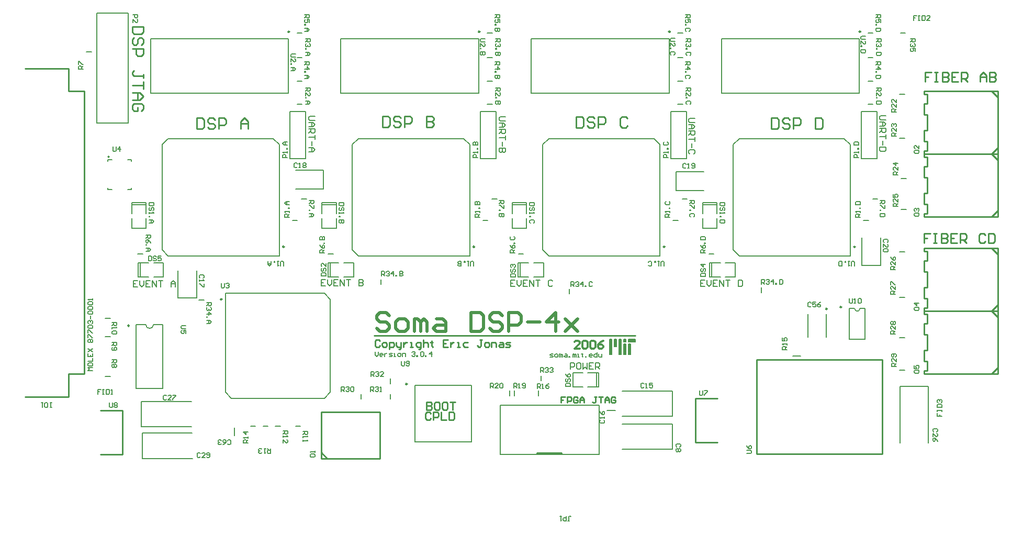
<source format=gto>
%FSLAX24Y24*%
%MOIN*%
G70*
G01*
G75*
G04 Layer_Color=65535*
%ADD10R,0.0630X0.0709*%
%ADD11R,0.0600X0.0300*%
%ADD12R,0.1400X0.1000*%
%ADD13R,0.1024X0.0945*%
%ADD14R,0.1732X0.1441*%
%ADD15R,0.0827X0.0354*%
%ADD16R,0.0827X0.0354*%
%ADD17O,0.0394X0.0110*%
%ADD18O,0.0110X0.0394*%
%ADD19C,0.0177*%
%ADD20C,0.0197*%
%ADD21R,0.0197X0.0748*%
%ADD22R,0.0512X0.0630*%
%ADD23R,0.0866X0.0787*%
%ADD24R,0.0807X0.0236*%
%ADD25R,0.0197X0.0591*%
%ADD26R,0.0630X0.0512*%
%ADD27R,0.0551X0.0787*%
%ADD28R,0.0748X0.0197*%
%ADD29R,0.0669X0.0177*%
%ADD30R,0.0669X0.0177*%
%ADD31R,0.0394X0.0433*%
%ADD32R,0.0433X0.0394*%
%ADD33R,0.0709X0.0630*%
%ADD34R,0.0945X0.1024*%
%ADD35R,0.0787X0.0866*%
%ADD36C,0.0400*%
%ADD37R,0.0394X0.1083*%
%ADD38C,0.0070*%
%ADD39C,0.0200*%
%ADD40C,0.0100*%
%ADD41C,0.0090*%
%ADD42C,0.0060*%
%ADD43C,0.0160*%
%ADD44C,0.0250*%
%ADD45C,0.0300*%
%ADD46C,0.0120*%
%ADD47C,0.0600*%
%ADD48C,0.0591*%
%ADD49R,0.0591X0.0591*%
%ADD50C,0.1732*%
%ADD51C,0.1732*%
%ADD52C,0.0800*%
%ADD53C,0.0433*%
%ADD54C,0.0200*%
%ADD55C,0.0240*%
%ADD56C,0.0212*%
%ADD57C,0.0350*%
%ADD58C,0.0080*%
%ADD59R,0.0354X0.0276*%
%ADD60R,0.0276X0.0354*%
%ADD61C,0.0140*%
%ADD62C,0.0098*%
%ADD63C,0.0079*%
%ADD64C,0.0050*%
%ADD65R,0.1575X0.0098*%
D38*
X25600Y34168D02*
Y33918D01*
X25650Y33868D01*
X25750D01*
X25800Y33918D01*
Y34168D01*
X25900Y34118D02*
X25950Y34168D01*
X26050D01*
X26100Y34118D01*
Y34068D01*
X26050Y34018D01*
X26100Y33968D01*
Y33918D01*
X26050Y33868D01*
X25950D01*
X25900Y33918D01*
Y33968D01*
X25950Y34018D01*
X25900Y34068D01*
Y34118D01*
X25950Y34018D02*
X26050D01*
X63179Y34936D02*
Y34686D01*
X63229Y34636D01*
X63329D01*
X63379Y34686D01*
Y34936D01*
X63479D02*
X63679D01*
Y34886D01*
X63479Y34686D01*
Y34636D01*
X61933Y31345D02*
X61983Y31395D01*
Y31495D01*
X61933Y31545D01*
X61733D01*
X61683Y31495D01*
Y31395D01*
X61733Y31345D01*
X61933Y31245D02*
X61983Y31195D01*
Y31095D01*
X61933Y31045D01*
X61883D01*
X61833Y31095D01*
X61783Y31045D01*
X61733D01*
X61683Y31095D01*
Y31195D01*
X61733Y31245D01*
X61783D01*
X61833Y31195D01*
X61883Y31245D01*
X61933D01*
X61833Y31195D02*
Y31095D01*
X33117Y31541D02*
X33167Y31491D01*
X33267D01*
X33317Y31541D01*
Y31741D01*
X33267Y31791D01*
X33167D01*
X33117Y31741D01*
X32817Y31491D02*
X32917Y31541D01*
X33017Y31641D01*
Y31741D01*
X32967Y31791D01*
X32867D01*
X32817Y31741D01*
Y31691D01*
X32867Y31641D01*
X33017D01*
X32717Y31541D02*
X32667Y31491D01*
X32567D01*
X32517Y31541D01*
Y31591D01*
X32567Y31641D01*
X32617D01*
X32567D01*
X32517Y31691D01*
Y31741D01*
X32567Y31791D01*
X32667D01*
X32717Y31741D01*
X31371Y30929D02*
X31321Y30979D01*
X31221D01*
X31171Y30929D01*
Y30729D01*
X31221Y30679D01*
X31321D01*
X31371Y30729D01*
X31671Y30679D02*
X31471D01*
X31671Y30879D01*
Y30929D01*
X31621Y30979D01*
X31521D01*
X31471Y30929D01*
X31771Y30729D02*
X31821Y30679D01*
X31921D01*
X31971Y30729D01*
Y30929D01*
X31921Y30979D01*
X31821D01*
X31771Y30929D01*
Y30879D01*
X31821Y30829D01*
X31971D01*
X53051Y36102D02*
Y36402D01*
X53201D01*
X53251Y36352D01*
Y36252D01*
X53201Y36202D01*
X53051D01*
X53151D02*
X53251Y36102D01*
X53351Y36352D02*
X53401Y36402D01*
X53501D01*
X53551Y36352D01*
Y36302D01*
X53501Y36252D01*
X53451D01*
X53501D01*
X53551Y36202D01*
Y36152D01*
X53501Y36102D01*
X53401D01*
X53351Y36152D01*
X53651Y36352D02*
X53701Y36402D01*
X53801D01*
X53851Y36352D01*
Y36302D01*
X53801Y36252D01*
X53751D01*
X53801D01*
X53851Y36202D01*
Y36152D01*
X53801Y36102D01*
X53701D01*
X53651Y36152D01*
X54641Y35197D02*
X54941D01*
Y35347D01*
X54891Y35397D01*
X54691D01*
X54641Y35347D01*
Y35197D01*
X54691Y35697D02*
X54641Y35647D01*
Y35547D01*
X54691Y35497D01*
X54741D01*
X54791Y35547D01*
Y35647D01*
X54841Y35697D01*
X54891D01*
X54941Y35647D01*
Y35547D01*
X54891Y35497D01*
X54641Y35997D02*
X54691Y35897D01*
X54791Y35797D01*
X54891D01*
X54941Y35847D01*
Y35947D01*
X54891Y35997D01*
X54841D01*
X54791Y35947D01*
Y35797D01*
X42244Y35846D02*
Y36146D01*
X42394D01*
X42444Y36096D01*
Y35996D01*
X42394Y35946D01*
X42244D01*
X42344D02*
X42444Y35846D01*
X42544Y36096D02*
X42594Y36146D01*
X42694D01*
X42744Y36096D01*
Y36046D01*
X42694Y35996D01*
X42644D01*
X42694D01*
X42744Y35946D01*
Y35896D01*
X42694Y35846D01*
X42594D01*
X42544Y35896D01*
X43044Y35846D02*
X42844D01*
X43044Y36046D01*
Y36096D01*
X42994Y36146D01*
X42894D01*
X42844Y36096D01*
X42224Y34882D02*
Y35182D01*
X42374D01*
X42424Y35132D01*
Y35032D01*
X42374Y34982D01*
X42224D01*
X42324D02*
X42424Y34882D01*
X42524Y35132D02*
X42574Y35182D01*
X42674D01*
X42724Y35132D01*
Y35082D01*
X42674Y35032D01*
X42624D01*
X42674D01*
X42724Y34982D01*
Y34932D01*
X42674Y34882D01*
X42574D01*
X42524Y34932D01*
X42824Y34882D02*
X42924D01*
X42874D01*
Y35182D01*
X42824Y35132D01*
X40354Y34882D02*
Y35182D01*
X40504D01*
X40554Y35132D01*
Y35032D01*
X40504Y34982D01*
X40354D01*
X40454D02*
X40554Y34882D01*
X40654Y35132D02*
X40704Y35182D01*
X40804D01*
X40854Y35132D01*
Y35082D01*
X40804Y35032D01*
X40754D01*
X40804D01*
X40854Y34982D01*
Y34932D01*
X40804Y34882D01*
X40704D01*
X40654Y34932D01*
X40954Y35132D02*
X41004Y35182D01*
X41104D01*
X41154Y35132D01*
Y34932D01*
X41104Y34882D01*
X41004D01*
X40954Y34932D01*
Y35132D01*
X72736Y40792D02*
Y40542D01*
X72786Y40492D01*
X72886D01*
X72936Y40542D01*
Y40792D01*
X73036Y40492D02*
X73136D01*
X73086D01*
Y40792D01*
X73036Y40742D01*
X73286D02*
X73336Y40792D01*
X73436D01*
X73486Y40742D01*
Y40542D01*
X73436Y40492D01*
X73336D01*
X73286Y40542D01*
Y40742D01*
X75709Y36476D02*
X75409D01*
Y36626D01*
X75459Y36676D01*
X75559D01*
X75609Y36626D01*
Y36476D01*
Y36576D02*
X75709Y36676D01*
Y36976D02*
Y36776D01*
X75509Y36976D01*
X75459D01*
X75409Y36926D01*
Y36826D01*
X75459Y36776D01*
X75659Y37076D02*
X75709Y37126D01*
Y37226D01*
X75659Y37276D01*
X75459D01*
X75409Y37226D01*
Y37126D01*
X75459Y37076D01*
X75509D01*
X75559Y37126D01*
Y37276D01*
X75669Y38543D02*
X75369D01*
Y38693D01*
X75419Y38743D01*
X75519D01*
X75569Y38693D01*
Y38543D01*
Y38643D02*
X75669Y38743D01*
Y39043D02*
Y38843D01*
X75469Y39043D01*
X75419D01*
X75369Y38993D01*
Y38893D01*
X75419Y38843D01*
Y39143D02*
X75369Y39193D01*
Y39293D01*
X75419Y39343D01*
X75469D01*
X75519Y39293D01*
X75569Y39343D01*
X75619D01*
X75669Y39293D01*
Y39193D01*
X75619Y39143D01*
X75569D01*
X75519Y39193D01*
X75469Y39143D01*
X75419D01*
X75519Y39193D02*
Y39293D01*
X75669Y41083D02*
X75369D01*
Y41233D01*
X75419Y41283D01*
X75519D01*
X75569Y41233D01*
Y41083D01*
Y41183D02*
X75669Y41283D01*
Y41583D02*
Y41383D01*
X75469Y41583D01*
X75419D01*
X75369Y41533D01*
Y41433D01*
X75419Y41383D01*
X75369Y41682D02*
Y41882D01*
X75419D01*
X75619Y41682D01*
X75669D01*
Y42638D02*
X75369D01*
Y42788D01*
X75419Y42838D01*
X75519D01*
X75569Y42788D01*
Y42638D01*
Y42738D02*
X75669Y42838D01*
Y43138D02*
Y42938D01*
X75469Y43138D01*
X75419D01*
X75369Y43088D01*
Y42988D01*
X75419Y42938D01*
X75369Y43438D02*
X75419Y43338D01*
X75519Y43238D01*
X75619D01*
X75669Y43288D01*
Y43388D01*
X75619Y43438D01*
X75569D01*
X75519Y43388D01*
Y43238D01*
X75807Y46654D02*
X75507D01*
Y46803D01*
X75557Y46853D01*
X75657D01*
X75707Y46803D01*
Y46654D01*
Y46754D02*
X75807Y46853D01*
Y47153D02*
Y46953D01*
X75607Y47153D01*
X75557D01*
X75507Y47103D01*
Y47003D01*
X75557Y46953D01*
X75507Y47453D02*
Y47253D01*
X75657D01*
X75607Y47353D01*
Y47403D01*
X75657Y47453D01*
X75757D01*
X75807Y47403D01*
Y47303D01*
X75757Y47253D01*
X75827Y48661D02*
X75527D01*
Y48811D01*
X75577Y48861D01*
X75677D01*
X75727Y48811D01*
Y48661D01*
Y48761D02*
X75827Y48861D01*
Y49161D02*
Y48961D01*
X75627Y49161D01*
X75577D01*
X75527Y49111D01*
Y49011D01*
X75577Y48961D01*
X75827Y49411D02*
X75527D01*
X75677Y49261D01*
Y49461D01*
X75709Y51122D02*
X75409D01*
Y51272D01*
X75459Y51322D01*
X75559D01*
X75609Y51272D01*
Y51122D01*
Y51222D02*
X75709Y51322D01*
Y51622D02*
Y51422D01*
X75509Y51622D01*
X75459D01*
X75409Y51572D01*
Y51472D01*
X75459Y51422D01*
Y51722D02*
X75409Y51772D01*
Y51872D01*
X75459Y51922D01*
X75509D01*
X75559Y51872D01*
Y51822D01*
Y51872D01*
X75609Y51922D01*
X75659D01*
X75709Y51872D01*
Y51772D01*
X75659Y51722D01*
X75709Y52677D02*
X75409D01*
Y52827D01*
X75459Y52877D01*
X75559D01*
X75609Y52827D01*
Y52677D01*
Y52777D02*
X75709Y52877D01*
Y53177D02*
Y52977D01*
X75509Y53177D01*
X75459D01*
X75409Y53127D01*
Y53027D01*
X75459Y52977D01*
X75709Y53477D02*
Y53277D01*
X75509Y53477D01*
X75459D01*
X75409Y53427D01*
Y53327D01*
X75459Y53277D01*
X76855Y36195D02*
Y36095D01*
X76905Y36045D01*
X77105D01*
X77155Y36095D01*
Y36195D01*
X77105Y36245D01*
X76905D01*
X76855Y36195D01*
Y36545D02*
Y36345D01*
X77005D01*
X76955Y36445D01*
Y36495D01*
X77005Y36545D01*
X77105D01*
X77155Y36495D01*
Y36395D01*
X77105Y36345D01*
X76855Y40195D02*
Y40095D01*
X76905Y40045D01*
X77105D01*
X77155Y40095D01*
Y40195D01*
X77105Y40245D01*
X76905D01*
X76855Y40195D01*
X77155Y40495D02*
X76855D01*
X77005Y40345D01*
Y40545D01*
X76855Y46195D02*
Y46095D01*
X76905Y46045D01*
X77105D01*
X77155Y46095D01*
Y46195D01*
X77105Y46245D01*
X76905D01*
X76855Y46195D01*
X76905Y46345D02*
X76855Y46395D01*
Y46495D01*
X76905Y46545D01*
X76955D01*
X77005Y46495D01*
Y46445D01*
Y46495D01*
X77055Y46545D01*
X77105D01*
X77155Y46495D01*
Y46395D01*
X77105Y46345D01*
X76855Y50195D02*
Y50095D01*
X76905Y50045D01*
X77105D01*
X77155Y50095D01*
Y50195D01*
X77105Y50245D01*
X76905D01*
X76855Y50195D01*
X77155Y50545D02*
Y50345D01*
X76955Y50545D01*
X76905D01*
X76855Y50495D01*
Y50395D01*
X76905Y50345D01*
X70298Y40506D02*
X70248Y40556D01*
X70148D01*
X70098Y40506D01*
Y40306D01*
X70148Y40256D01*
X70248D01*
X70298Y40306D01*
X70598Y40556D02*
X70398D01*
Y40406D01*
X70498Y40456D01*
X70548D01*
X70598Y40406D01*
Y40306D01*
X70548Y40256D01*
X70448D01*
X70398Y40306D01*
X70898Y40556D02*
X70798Y40506D01*
X70698Y40406D01*
Y40306D01*
X70748Y40256D01*
X70848D01*
X70898Y40306D01*
Y40356D01*
X70848Y40406D01*
X70698D01*
X49513Y57343D02*
X49263D01*
X49213Y57293D01*
Y57193D01*
X49263Y57143D01*
X49513D01*
X49213Y56843D02*
Y57043D01*
X49413Y56843D01*
X49463D01*
X49513Y56893D01*
Y56993D01*
X49463Y57043D01*
X49213Y56743D02*
X49263D01*
Y56693D01*
X49213D01*
Y56743D01*
X49513Y56493D02*
X49213D01*
Y56343D01*
X49263Y56293D01*
X49313D01*
X49363Y56343D01*
Y56493D01*
Y56343D01*
X49413Y56293D01*
X49463D01*
X49513Y56343D01*
Y56493D01*
X48798Y42869D02*
Y43119D01*
X48748Y43169D01*
X48648D01*
X48598Y43119D01*
Y42869D01*
X48498Y43169D02*
X48398D01*
X48448D01*
Y42869D01*
X48498Y42919D01*
X48248Y43169D02*
Y43119D01*
X48198D01*
Y43169D01*
X48248D01*
X47998Y42869D02*
Y43169D01*
X47848D01*
X47798Y43119D01*
Y43069D01*
X47848Y43019D01*
X47998D01*
X47848D01*
X47798Y42969D01*
Y42919D01*
X47848Y42869D01*
X47998D01*
X50433Y47047D02*
X50733D01*
Y46897D01*
X50683Y46847D01*
X50583D01*
X50533Y46897D01*
Y47047D01*
Y46947D02*
X50433Y46847D01*
X50733Y46747D02*
Y46547D01*
X50683D01*
X50483Y46747D01*
X50433D01*
Y46447D02*
X50483D01*
Y46397D01*
X50433D01*
Y46447D01*
X50733Y46198D02*
X50433D01*
Y46048D01*
X50483Y45998D01*
X50533D01*
X50583Y46048D01*
Y46198D01*
Y46048D01*
X50633Y45998D01*
X50683D01*
X50733Y46048D01*
Y46198D01*
X39291Y43701D02*
X38991D01*
Y43851D01*
X39041Y43901D01*
X39141D01*
X39191Y43851D01*
Y43701D01*
Y43801D02*
X39291Y43901D01*
X38991Y44201D02*
X39041Y44101D01*
X39141Y44001D01*
X39241D01*
X39291Y44051D01*
Y44151D01*
X39241Y44201D01*
X39191D01*
X39141Y44151D01*
Y44001D01*
X39291Y44301D02*
X39241D01*
Y44351D01*
X39291D01*
Y44301D01*
X38991Y44551D02*
X39291D01*
Y44700D01*
X39241Y44750D01*
X39191D01*
X39141Y44700D01*
Y44551D01*
Y44700D01*
X39091Y44750D01*
X39041D01*
X38991Y44700D01*
Y44551D01*
X50157Y58858D02*
X50457D01*
Y58708D01*
X50407Y58658D01*
X50307D01*
X50257Y58708D01*
Y58858D01*
Y58758D02*
X50157Y58658D01*
X50457Y58358D02*
Y58558D01*
X50307D01*
X50357Y58458D01*
Y58408D01*
X50307Y58358D01*
X50207D01*
X50157Y58408D01*
Y58508D01*
X50207Y58558D01*
X50157Y58258D02*
X50207D01*
Y58208D01*
X50157D01*
Y58258D01*
X50457Y58009D02*
X50157D01*
Y57859D01*
X50207Y57809D01*
X50257D01*
X50307Y57859D01*
Y58009D01*
Y57859D01*
X50357Y57809D01*
X50407D01*
X50457Y57859D01*
Y58009D01*
X50157Y55866D02*
X50457D01*
Y55716D01*
X50407Y55666D01*
X50307D01*
X50257Y55716D01*
Y55866D01*
Y55766D02*
X50157Y55666D01*
Y55416D02*
X50457D01*
X50307Y55566D01*
Y55366D01*
X50157Y55266D02*
X50207D01*
Y55216D01*
X50157D01*
Y55266D01*
X50457Y55016D02*
X50157D01*
Y54866D01*
X50207Y54816D01*
X50257D01*
X50307Y54866D01*
Y55016D01*
Y54866D01*
X50357Y54816D01*
X50407D01*
X50457Y54866D01*
Y55016D01*
X50197Y57323D02*
X50497D01*
Y57173D01*
X50447Y57123D01*
X50347D01*
X50297Y57173D01*
Y57323D01*
Y57223D02*
X50197Y57123D01*
X50447Y57023D02*
X50497Y56973D01*
Y56873D01*
X50447Y56823D01*
X50397D01*
X50347Y56873D01*
Y56923D01*
Y56873D01*
X50297Y56823D01*
X50247D01*
X50197Y56873D01*
Y56973D01*
X50247Y57023D01*
X50197Y56723D02*
X50247D01*
Y56673D01*
X50197D01*
Y56723D01*
X50497Y56473D02*
X50197D01*
Y56323D01*
X50247Y56273D01*
X50297D01*
X50347Y56323D01*
Y56473D01*
Y56323D01*
X50397Y56273D01*
X50447D01*
X50497Y56323D01*
Y56473D01*
X50197Y54213D02*
X50497D01*
Y54063D01*
X50447Y54013D01*
X50347D01*
X50297Y54063D01*
Y54213D01*
Y54113D02*
X50197Y54013D01*
Y53713D02*
Y53913D01*
X50397Y53713D01*
X50447D01*
X50497Y53763D01*
Y53863D01*
X50447Y53913D01*
X50197Y53613D02*
X50247D01*
Y53563D01*
X50197D01*
Y53613D01*
X50497Y53363D02*
X50197D01*
Y53213D01*
X50247Y53163D01*
X50297D01*
X50347Y53213D01*
Y53363D01*
Y53213D01*
X50397Y53163D01*
X50447D01*
X50497Y53213D01*
Y53363D01*
X49173Y45984D02*
X48873D01*
Y46134D01*
X48923Y46184D01*
X49023D01*
X49073Y46134D01*
Y45984D01*
Y46084D02*
X49173Y46184D01*
Y46284D02*
Y46384D01*
Y46334D01*
X48873D01*
X48923Y46284D01*
X49173Y46534D02*
X49123D01*
Y46584D01*
X49173D01*
Y46534D01*
X48873Y46784D02*
X49173D01*
Y46934D01*
X49123Y46984D01*
X49073D01*
X49023Y46934D01*
Y46784D01*
Y46934D01*
X48973Y46984D01*
X48923D01*
X48873Y46934D01*
Y46784D01*
X49055Y49764D02*
X48755D01*
Y49914D01*
X48805Y49964D01*
X48905D01*
X48955Y49914D01*
Y49764D01*
X49055Y50064D02*
Y50164D01*
Y50114D01*
X48755D01*
X48805Y50064D01*
X49055Y50314D02*
X49005D01*
Y50364D01*
X49055D01*
Y50314D01*
X48755Y50564D02*
X49055D01*
Y50713D01*
X49005Y50763D01*
X48955D01*
X48905Y50713D01*
Y50564D01*
Y50713D01*
X48855Y50763D01*
X48805D01*
X48755Y50713D01*
Y50564D01*
X40536Y46890D02*
X40236D01*
Y46740D01*
X40286Y46690D01*
X40486D01*
X40536Y46740D01*
Y46890D01*
X40486Y46390D02*
X40536Y46440D01*
Y46540D01*
X40486Y46590D01*
X40436D01*
X40386Y46540D01*
Y46440D01*
X40336Y46390D01*
X40286D01*
X40236Y46440D01*
Y46540D01*
X40286Y46590D01*
X40236Y46290D02*
Y46190D01*
Y46240D01*
X40536D01*
X40486Y46290D01*
X40236Y46040D02*
X40286D01*
Y45990D01*
X40236D01*
Y46040D01*
X40536Y45790D02*
X40236D01*
Y45640D01*
X40286Y45590D01*
X40336D01*
X40386Y45640D01*
Y45790D01*
Y45640D01*
X40436Y45590D01*
X40486D01*
X40536Y45640D01*
Y45790D01*
X59639Y35358D02*
X59589Y35408D01*
X59489D01*
X59439Y35358D01*
Y35158D01*
X59489Y35108D01*
X59589D01*
X59639Y35158D01*
X59739Y35108D02*
X59839D01*
X59789D01*
Y35408D01*
X59739Y35358D01*
X60189Y35408D02*
X59989D01*
Y35258D01*
X60089Y35308D01*
X60139D01*
X60189Y35258D01*
Y35158D01*
X60139Y35108D01*
X60039D01*
X59989Y35158D01*
X56876Y33054D02*
X56826Y33004D01*
Y32904D01*
X56876Y32854D01*
X57076D01*
X57126Y32904D01*
Y33004D01*
X57076Y33054D01*
X57126Y33154D02*
Y33254D01*
Y33204D01*
X56826D01*
X56876Y33154D01*
X56826Y33604D02*
X56876Y33504D01*
X56976Y33404D01*
X57076D01*
X57126Y33454D01*
Y33554D01*
X57076Y33604D01*
X57026D01*
X56976Y33554D01*
Y33404D01*
X31569Y42103D02*
X31619Y42153D01*
Y42253D01*
X31569Y42303D01*
X31369D01*
X31319Y42253D01*
Y42153D01*
X31369Y42103D01*
X31319Y42003D02*
Y41903D01*
Y41953D01*
X31619D01*
X31569Y42003D01*
X31619Y41753D02*
Y41553D01*
X31569D01*
X31369Y41753D01*
X31319D01*
X37562Y49384D02*
X37512Y49434D01*
X37412D01*
X37362Y49384D01*
Y49184D01*
X37412Y49134D01*
X37512D01*
X37562Y49184D01*
X37662Y49134D02*
X37762D01*
X37712D01*
Y49434D01*
X37662Y49384D01*
X37912D02*
X37962Y49434D01*
X38062D01*
X38112Y49384D01*
Y49334D01*
X38062Y49284D01*
X38112Y49234D01*
Y49184D01*
X38062Y49134D01*
X37962D01*
X37912Y49184D01*
Y49234D01*
X37962Y49284D01*
X37912Y49334D01*
Y49384D01*
X37962Y49284D02*
X38062D01*
X62326Y49344D02*
X62276Y49394D01*
X62176D01*
X62126Y49344D01*
Y49144D01*
X62176Y49094D01*
X62276D01*
X62326Y49144D01*
X62426Y49094D02*
X62526D01*
X62476D01*
Y49394D01*
X62426Y49344D01*
X62676Y49144D02*
X62726Y49094D01*
X62826D01*
X62876Y49144D01*
Y49344D01*
X62826Y49394D01*
X62726D01*
X62676Y49344D01*
Y49294D01*
X62726Y49244D01*
X62876D01*
X75151Y44367D02*
X75201Y44417D01*
Y44517D01*
X75151Y44567D01*
X74952D01*
X74902Y44517D01*
Y44417D01*
X74952Y44367D01*
X74902Y44067D02*
Y44267D01*
X75102Y44067D01*
X75151D01*
X75201Y44117D01*
Y44217D01*
X75151Y44267D01*
Y43967D02*
X75201Y43917D01*
Y43817D01*
X75151Y43767D01*
X74952D01*
X74902Y43817D01*
Y43917D01*
X74952Y43967D01*
X75151D01*
X78301Y32320D02*
X78351Y32370D01*
Y32470D01*
X78301Y32520D01*
X78101D01*
X78051Y32470D01*
Y32370D01*
X78101Y32320D01*
X78051Y32020D02*
Y32220D01*
X78251Y32020D01*
X78301D01*
X78351Y32070D01*
Y32170D01*
X78301Y32220D01*
X78351Y31720D02*
X78301Y31820D01*
X78201Y31920D01*
X78101D01*
X78051Y31870D01*
Y31770D01*
X78101Y31720D01*
X78151D01*
X78201Y31770D01*
Y31920D01*
X29235Y34590D02*
X29185Y34640D01*
X29085D01*
X29035Y34590D01*
Y34391D01*
X29085Y34341D01*
X29185D01*
X29235Y34391D01*
X29535Y34341D02*
X29335D01*
X29535Y34540D01*
Y34590D01*
X29485Y34640D01*
X29385D01*
X29335Y34590D01*
X29635Y34640D02*
X29835D01*
Y34590D01*
X29635Y34391D01*
Y34341D01*
X28410Y46890D02*
X28110D01*
Y46740D01*
X28160Y46690D01*
X28360D01*
X28410Y46740D01*
Y46890D01*
X28360Y46390D02*
X28410Y46440D01*
Y46540D01*
X28360Y46590D01*
X28310D01*
X28260Y46540D01*
Y46440D01*
X28210Y46390D01*
X28160D01*
X28110Y46440D01*
Y46540D01*
X28160Y46590D01*
X28110Y46290D02*
Y46190D01*
Y46240D01*
X28410D01*
X28360Y46290D01*
X28110Y46040D02*
X28160D01*
Y45990D01*
X28110D01*
Y46040D01*
Y45790D02*
X28310D01*
X28410Y45690D01*
X28310Y45590D01*
X28110D01*
X28260D01*
Y45790D01*
X52662Y46890D02*
X52362D01*
Y46740D01*
X52412Y46690D01*
X52612D01*
X52662Y46740D01*
Y46890D01*
X52612Y46390D02*
X52662Y46440D01*
Y46540D01*
X52612Y46590D01*
X52562D01*
X52512Y46540D01*
Y46440D01*
X52462Y46390D01*
X52412D01*
X52362Y46440D01*
Y46540D01*
X52412Y46590D01*
X52362Y46290D02*
Y46190D01*
Y46240D01*
X52662D01*
X52612Y46290D01*
X52362Y46040D02*
X52412D01*
Y45990D01*
X52362D01*
Y46040D01*
X52612Y45590D02*
X52662Y45640D01*
Y45740D01*
X52612Y45790D01*
X52412D01*
X52362Y45740D01*
Y45640D01*
X52412Y45590D01*
X64788Y46890D02*
X64488D01*
Y46740D01*
X64538Y46690D01*
X64738D01*
X64788Y46740D01*
Y46890D01*
X64738Y46390D02*
X64788Y46440D01*
Y46540D01*
X64738Y46590D01*
X64688D01*
X64638Y46540D01*
Y46440D01*
X64588Y46390D01*
X64538D01*
X64488Y46440D01*
Y46540D01*
X64538Y46590D01*
X64488Y46290D02*
Y46190D01*
Y46240D01*
X64788D01*
X64738Y46290D01*
X64488Y46040D02*
X64538D01*
Y45990D01*
X64488D01*
Y46040D01*
X64788Y45790D02*
X64488D01*
Y45640D01*
X64538Y45590D01*
X64738D01*
X64788Y45640D01*
Y45790D01*
X39070Y42224D02*
X39370D01*
Y42374D01*
X39320Y42424D01*
X39120D01*
X39070Y42374D01*
Y42224D01*
X39120Y42724D02*
X39070Y42674D01*
Y42574D01*
X39120Y42524D01*
X39170D01*
X39220Y42574D01*
Y42674D01*
X39270Y42724D01*
X39320D01*
X39370Y42674D01*
Y42574D01*
X39320Y42524D01*
X39370Y43024D02*
Y42824D01*
X39170Y43024D01*
X39120D01*
X39070Y42974D01*
Y42874D01*
X39120Y42824D01*
X51137Y42185D02*
X51437D01*
Y42335D01*
X51387Y42385D01*
X51187D01*
X51137Y42335D01*
Y42185D01*
X51187Y42685D02*
X51137Y42635D01*
Y42535D01*
X51187Y42485D01*
X51237D01*
X51287Y42535D01*
Y42635D01*
X51337Y42685D01*
X51387D01*
X51437Y42635D01*
Y42535D01*
X51387Y42485D01*
X51187Y42785D02*
X51137Y42835D01*
Y42935D01*
X51187Y42985D01*
X51237D01*
X51287Y42935D01*
Y42885D01*
Y42935D01*
X51337Y42985D01*
X51387D01*
X51437Y42935D01*
Y42835D01*
X51387Y42785D01*
X63263Y42205D02*
X63563D01*
Y42355D01*
X63513Y42405D01*
X63313D01*
X63263Y42355D01*
Y42205D01*
X63313Y42705D02*
X63263Y42655D01*
Y42555D01*
X63313Y42505D01*
X63363D01*
X63413Y42555D01*
Y42655D01*
X63463Y42705D01*
X63513D01*
X63563Y42655D01*
Y42555D01*
X63513Y42505D01*
X63563Y42954D02*
X63263D01*
X63413Y42805D01*
Y43004D01*
X28071Y43489D02*
Y43189D01*
X28221D01*
X28271Y43239D01*
Y43439D01*
X28221Y43489D01*
X28071D01*
X28571Y43439D02*
X28521Y43489D01*
X28421D01*
X28371Y43439D01*
Y43389D01*
X28421Y43339D01*
X28521D01*
X28571Y43289D01*
Y43239D01*
X28521Y43189D01*
X28421D01*
X28371Y43239D01*
X28871Y43489D02*
X28671D01*
Y43339D01*
X28771Y43389D01*
X28821D01*
X28871Y43339D01*
Y43239D01*
X28821Y43189D01*
X28721D01*
X28671Y43239D01*
X21909Y33854D02*
X21809D01*
X21859D01*
Y34154D01*
X21909D01*
X21809D01*
X21510Y33854D02*
X21610D01*
X21660Y33904D01*
Y34104D01*
X21610Y34154D01*
X21510D01*
X21460Y34104D01*
Y33904D01*
X21510Y33854D01*
X21360Y34154D02*
X21260D01*
X21310D01*
Y33854D01*
X21360Y33904D01*
X54800Y26649D02*
X54900D01*
X54850D01*
Y26899D01*
X54900Y26949D01*
X54950D01*
X55000Y26899D01*
X54700Y26949D02*
Y26649D01*
X54550D01*
X54500Y26699D01*
Y26799D01*
X54550Y26849D01*
X54700D01*
X54400Y26949D02*
X54300D01*
X54350D01*
Y26649D01*
X54400Y26699D01*
X38381Y30839D02*
Y30739D01*
X38431Y30689D01*
X38631D01*
X38681Y30739D01*
Y30839D01*
X38631Y30889D01*
X38431D01*
X38381Y30839D01*
X38681Y30989D02*
Y31089D01*
Y31039D01*
X38381D01*
X38431Y30989D01*
X36929Y49764D02*
X36629D01*
Y49914D01*
X36679Y49964D01*
X36779D01*
X36829Y49914D01*
Y49764D01*
X36929Y50064D02*
Y50164D01*
Y50114D01*
X36629D01*
X36679Y50064D01*
X36929Y50314D02*
X36879D01*
Y50364D01*
X36929D01*
Y50314D01*
Y50564D02*
X36729D01*
X36629Y50663D01*
X36729Y50763D01*
X36929D01*
X36779D01*
Y50564D01*
X61181Y49764D02*
X60881D01*
Y49914D01*
X60931Y49964D01*
X61031D01*
X61081Y49914D01*
Y49764D01*
X61181Y50064D02*
Y50164D01*
Y50114D01*
X60881D01*
X60931Y50064D01*
X61181Y50314D02*
X61131D01*
Y50364D01*
X61181D01*
Y50314D01*
X60931Y50763D02*
X60881Y50713D01*
Y50613D01*
X60931Y50564D01*
X61131D01*
X61181Y50613D01*
Y50713D01*
X61131Y50763D01*
X73307Y49764D02*
X73007D01*
Y49914D01*
X73057Y49964D01*
X73157D01*
X73207Y49914D01*
Y49764D01*
X73307Y50064D02*
Y50164D01*
Y50114D01*
X73007D01*
X73057Y50064D01*
X73307Y50314D02*
X73257D01*
Y50364D01*
X73307D01*
Y50314D01*
X73007Y50564D02*
X73307D01*
Y50713D01*
X73257Y50763D01*
X73057D01*
X73007Y50713D01*
Y50564D01*
X27087Y58878D02*
X27387D01*
Y58728D01*
X27337Y58678D01*
X27237D01*
X27187Y58728D01*
Y58878D01*
X27087Y58378D02*
Y58578D01*
X27287Y58378D01*
X27337D01*
X27387Y58428D01*
Y58528D01*
X27337Y58578D01*
X37047Y45984D02*
X36747D01*
Y46134D01*
X36797Y46184D01*
X36897D01*
X36947Y46134D01*
Y45984D01*
Y46084D02*
X37047Y46184D01*
Y46284D02*
Y46384D01*
Y46334D01*
X36747D01*
X36797Y46284D01*
X37047Y46534D02*
X36997D01*
Y46584D01*
X37047D01*
Y46534D01*
Y46784D02*
X36847D01*
X36747Y46884D01*
X36847Y46984D01*
X37047D01*
X36897D01*
Y46784D01*
X61299Y45984D02*
X60999D01*
Y46134D01*
X61049Y46184D01*
X61149D01*
X61199Y46134D01*
Y45984D01*
Y46084D02*
X61299Y46184D01*
Y46284D02*
Y46384D01*
Y46334D01*
X60999D01*
X61049Y46284D01*
X61299Y46534D02*
X61249D01*
Y46584D01*
X61299D01*
Y46534D01*
X61049Y46984D02*
X60999Y46934D01*
Y46834D01*
X61049Y46784D01*
X61249D01*
X61299Y46834D01*
Y46934D01*
X61249Y46984D01*
X73425Y45984D02*
X73125D01*
Y46134D01*
X73175Y46184D01*
X73275D01*
X73325Y46134D01*
Y45984D01*
Y46084D02*
X73425Y46184D01*
Y46284D02*
Y46384D01*
Y46334D01*
X73125D01*
X73175Y46284D01*
X73425Y46534D02*
X73375D01*
Y46584D01*
X73425D01*
Y46534D01*
X73125Y46784D02*
X73425D01*
Y46934D01*
X73375Y46984D01*
X73175D01*
X73125Y46934D01*
Y46784D01*
X38071Y54213D02*
X38371D01*
Y54063D01*
X38321Y54013D01*
X38221D01*
X38171Y54063D01*
Y54213D01*
Y54113D02*
X38071Y54013D01*
Y53713D02*
Y53913D01*
X38271Y53713D01*
X38321D01*
X38371Y53763D01*
Y53863D01*
X38321Y53913D01*
X38071Y53613D02*
X38121D01*
Y53563D01*
X38071D01*
Y53613D01*
Y53363D02*
X38271D01*
X38371Y53263D01*
X38271Y53163D01*
X38071D01*
X38221D01*
Y53363D01*
X62323Y54213D02*
X62623D01*
Y54063D01*
X62573Y54013D01*
X62473D01*
X62423Y54063D01*
Y54213D01*
Y54113D02*
X62323Y54013D01*
Y53713D02*
Y53913D01*
X62523Y53713D01*
X62573D01*
X62623Y53763D01*
Y53863D01*
X62573Y53913D01*
X62323Y53613D02*
X62373D01*
Y53563D01*
X62323D01*
Y53613D01*
X62573Y53163D02*
X62623Y53213D01*
Y53313D01*
X62573Y53363D01*
X62373D01*
X62323Y53313D01*
Y53213D01*
X62373Y53163D01*
X74449Y54213D02*
X74749D01*
Y54063D01*
X74699Y54013D01*
X74599D01*
X74549Y54063D01*
Y54213D01*
Y54113D02*
X74449Y54013D01*
Y53713D02*
Y53913D01*
X74649Y53713D01*
X74699D01*
X74749Y53763D01*
Y53863D01*
X74699Y53913D01*
X74449Y53613D02*
X74499D01*
Y53563D01*
X74449D01*
Y53613D01*
X74749Y53363D02*
X74449D01*
Y53213D01*
X74499Y53163D01*
X74699D01*
X74749Y53213D01*
Y53363D01*
X38071Y57323D02*
X38371D01*
Y57173D01*
X38321Y57123D01*
X38221D01*
X38171Y57173D01*
Y57323D01*
Y57223D02*
X38071Y57123D01*
X38321Y57023D02*
X38371Y56973D01*
Y56873D01*
X38321Y56823D01*
X38271D01*
X38221Y56873D01*
Y56923D01*
Y56873D01*
X38171Y56823D01*
X38121D01*
X38071Y56873D01*
Y56973D01*
X38121Y57023D01*
X38071Y56723D02*
X38121D01*
Y56673D01*
X38071D01*
Y56723D01*
Y56473D02*
X38271D01*
X38371Y56373D01*
X38271Y56273D01*
X38071D01*
X38221D01*
Y56473D01*
X62323Y57323D02*
X62623D01*
Y57173D01*
X62573Y57123D01*
X62473D01*
X62423Y57173D01*
Y57323D01*
Y57223D02*
X62323Y57123D01*
X62573Y57023D02*
X62623Y56973D01*
Y56873D01*
X62573Y56823D01*
X62523D01*
X62473Y56873D01*
Y56923D01*
Y56873D01*
X62423Y56823D01*
X62373D01*
X62323Y56873D01*
Y56973D01*
X62373Y57023D01*
X62323Y56723D02*
X62373D01*
Y56673D01*
X62323D01*
Y56723D01*
X62573Y56273D02*
X62623Y56323D01*
Y56423D01*
X62573Y56473D01*
X62373D01*
X62323Y56423D01*
Y56323D01*
X62373Y56273D01*
X74449Y57323D02*
X74749D01*
Y57173D01*
X74699Y57123D01*
X74599D01*
X74549Y57173D01*
Y57323D01*
Y57223D02*
X74449Y57123D01*
X74699Y57023D02*
X74749Y56973D01*
Y56873D01*
X74699Y56823D01*
X74649D01*
X74599Y56873D01*
Y56923D01*
Y56873D01*
X74549Y56823D01*
X74499D01*
X74449Y56873D01*
Y56973D01*
X74499Y57023D01*
X74449Y56723D02*
X74499D01*
Y56673D01*
X74449D01*
Y56723D01*
X74749Y56473D02*
X74449D01*
Y56323D01*
X74499Y56273D01*
X74699D01*
X74749Y56323D01*
Y56473D01*
X38031Y55866D02*
X38331D01*
Y55716D01*
X38281Y55666D01*
X38181D01*
X38131Y55716D01*
Y55866D01*
Y55766D02*
X38031Y55666D01*
Y55416D02*
X38331D01*
X38181Y55566D01*
Y55366D01*
X38031Y55266D02*
X38081D01*
Y55216D01*
X38031D01*
Y55266D01*
Y55016D02*
X38231D01*
X38331Y54916D01*
X38231Y54816D01*
X38031D01*
X38181D01*
Y55016D01*
X62283Y55866D02*
X62583D01*
Y55716D01*
X62533Y55666D01*
X62433D01*
X62383Y55716D01*
Y55866D01*
Y55766D02*
X62283Y55666D01*
Y55416D02*
X62583D01*
X62433Y55566D01*
Y55366D01*
X62283Y55266D02*
X62333D01*
Y55216D01*
X62283D01*
Y55266D01*
X62533Y54816D02*
X62583Y54866D01*
Y54966D01*
X62533Y55016D01*
X62333D01*
X62283Y54966D01*
Y54866D01*
X62333Y54816D01*
X74409Y55866D02*
X74709D01*
Y55716D01*
X74659Y55666D01*
X74559D01*
X74509Y55716D01*
Y55866D01*
Y55766D02*
X74409Y55666D01*
Y55416D02*
X74709D01*
X74559Y55566D01*
Y55366D01*
X74409Y55266D02*
X74459D01*
Y55216D01*
X74409D01*
Y55266D01*
X74709Y55016D02*
X74409D01*
Y54866D01*
X74459Y54816D01*
X74659D01*
X74709Y54866D01*
Y55016D01*
X38031Y58858D02*
X38331D01*
Y58708D01*
X38281Y58658D01*
X38181D01*
X38131Y58708D01*
Y58858D01*
Y58758D02*
X38031Y58658D01*
X38331Y58358D02*
Y58558D01*
X38181D01*
X38231Y58458D01*
Y58408D01*
X38181Y58358D01*
X38081D01*
X38031Y58408D01*
Y58508D01*
X38081Y58558D01*
X38031Y58258D02*
X38081D01*
Y58208D01*
X38031D01*
Y58258D01*
Y58009D02*
X38231D01*
X38331Y57909D01*
X38231Y57809D01*
X38031D01*
X38181D01*
Y58009D01*
X62283Y58858D02*
X62583D01*
Y58708D01*
X62533Y58658D01*
X62433D01*
X62383Y58708D01*
Y58858D01*
Y58758D02*
X62283Y58658D01*
X62583Y58358D02*
Y58558D01*
X62433D01*
X62483Y58458D01*
Y58408D01*
X62433Y58358D01*
X62333D01*
X62283Y58408D01*
Y58508D01*
X62333Y58558D01*
X62283Y58258D02*
X62333D01*
Y58208D01*
X62283D01*
Y58258D01*
X62533Y57809D02*
X62583Y57859D01*
Y57959D01*
X62533Y58009D01*
X62333D01*
X62283Y57959D01*
Y57859D01*
X62333Y57809D01*
X74409Y58858D02*
X74709D01*
Y58708D01*
X74659Y58658D01*
X74559D01*
X74509Y58708D01*
Y58858D01*
Y58758D02*
X74409Y58658D01*
X74709Y58358D02*
Y58558D01*
X74559D01*
X74609Y58458D01*
Y58408D01*
X74559Y58358D01*
X74459D01*
X74409Y58408D01*
Y58508D01*
X74459Y58558D01*
X74409Y58258D02*
X74459D01*
Y58208D01*
X74409D01*
Y58258D01*
X74709Y58009D02*
X74409D01*
Y57859D01*
X74459Y57809D01*
X74659D01*
X74709Y57859D01*
Y58009D01*
X27913Y44843D02*
X28213D01*
Y44693D01*
X28163Y44643D01*
X28063D01*
X28013Y44693D01*
Y44843D01*
Y44743D02*
X27913Y44643D01*
X28213Y44343D02*
X28163Y44443D01*
X28063Y44543D01*
X27963D01*
X27913Y44493D01*
Y44393D01*
X27963Y44343D01*
X28013D01*
X28063Y44393D01*
Y44543D01*
X27913Y44243D02*
X27963D01*
Y44193D01*
X27913D01*
Y44243D01*
Y43993D02*
X28113D01*
X28213Y43893D01*
X28113Y43793D01*
X27913D01*
X28063D01*
Y43993D01*
X51417Y43701D02*
X51117D01*
Y43851D01*
X51167Y43901D01*
X51267D01*
X51317Y43851D01*
Y43701D01*
Y43801D02*
X51417Y43901D01*
X51117Y44201D02*
X51167Y44101D01*
X51267Y44001D01*
X51367D01*
X51417Y44051D01*
Y44151D01*
X51367Y44201D01*
X51317D01*
X51267Y44151D01*
Y44001D01*
X51417Y44301D02*
X51367D01*
Y44351D01*
X51417D01*
Y44301D01*
X51167Y44750D02*
X51117Y44700D01*
Y44601D01*
X51167Y44551D01*
X51367D01*
X51417Y44601D01*
Y44700D01*
X51367Y44750D01*
X63543Y43701D02*
X63243D01*
Y43851D01*
X63293Y43901D01*
X63393D01*
X63443Y43851D01*
Y43701D01*
Y43801D02*
X63543Y43901D01*
X63243Y44201D02*
X63293Y44101D01*
X63393Y44001D01*
X63493D01*
X63543Y44051D01*
Y44151D01*
X63493Y44201D01*
X63443D01*
X63393Y44151D01*
Y44001D01*
X63543Y44301D02*
X63493D01*
Y44351D01*
X63543D01*
Y44301D01*
X63243Y44551D02*
X63543D01*
Y44700D01*
X63493Y44750D01*
X63293D01*
X63243Y44700D01*
Y44551D01*
X38307Y47047D02*
X38607D01*
Y46897D01*
X38557Y46847D01*
X38457D01*
X38407Y46897D01*
Y47047D01*
Y46947D02*
X38307Y46847D01*
X38607Y46747D02*
Y46547D01*
X38557D01*
X38357Y46747D01*
X38307D01*
Y46447D02*
X38357D01*
Y46397D01*
X38307D01*
Y46447D01*
Y46198D02*
X38507D01*
X38607Y46098D01*
X38507Y45998D01*
X38307D01*
X38457D01*
Y46198D01*
X62559Y47047D02*
X62859D01*
Y46897D01*
X62809Y46847D01*
X62709D01*
X62659Y46897D01*
Y47047D01*
Y46947D02*
X62559Y46847D01*
X62859Y46747D02*
Y46547D01*
X62809D01*
X62609Y46747D01*
X62559D01*
Y46447D02*
X62609D01*
Y46397D01*
X62559D01*
Y46447D01*
X62809Y45998D02*
X62859Y46048D01*
Y46148D01*
X62809Y46198D01*
X62609D01*
X62559Y46148D01*
Y46048D01*
X62609Y45998D01*
X74685Y47047D02*
X74985D01*
Y46897D01*
X74935Y46847D01*
X74835D01*
X74785Y46897D01*
Y47047D01*
Y46947D02*
X74685Y46847D01*
X74985Y46747D02*
Y46547D01*
X74935D01*
X74735Y46747D01*
X74685D01*
Y46447D02*
X74735D01*
Y46397D01*
X74685D01*
Y46447D01*
X74985Y46198D02*
X74685D01*
Y46048D01*
X74735Y45998D01*
X74935D01*
X74985Y46048D01*
Y46198D01*
X23917Y55394D02*
X23617D01*
Y55544D01*
X23667Y55594D01*
X23767D01*
X23817Y55544D01*
Y55394D01*
Y55494D02*
X23917Y55594D01*
X23617Y55694D02*
Y55894D01*
X23667D01*
X23867Y55694D01*
X23917D01*
X25748Y36909D02*
X26048D01*
Y36760D01*
X25998Y36710D01*
X25898D01*
X25848Y36760D01*
Y36909D01*
Y36809D02*
X25748Y36710D01*
X25998Y36610D02*
X26048Y36560D01*
Y36460D01*
X25998Y36410D01*
X25948D01*
X25898Y36460D01*
X25848Y36410D01*
X25798D01*
X25748Y36460D01*
Y36560D01*
X25798Y36610D01*
X25848D01*
X25898Y36560D01*
X25948Y36610D01*
X25998D01*
X25898Y36560D02*
Y36460D01*
X25748Y37992D02*
X26048D01*
Y37842D01*
X25998Y37792D01*
X25898D01*
X25848Y37842D01*
Y37992D01*
Y37892D02*
X25748Y37792D01*
X25798Y37692D02*
X25748Y37642D01*
Y37542D01*
X25798Y37492D01*
X25998D01*
X26048Y37542D01*
Y37642D01*
X25998Y37692D01*
X25948D01*
X25898Y37642D01*
Y37492D01*
X25768Y39272D02*
X26068D01*
Y39122D01*
X26018Y39072D01*
X25918D01*
X25868Y39122D01*
Y39272D01*
Y39172D02*
X25768Y39072D01*
Y38972D02*
Y38872D01*
Y38922D01*
X26068D01*
X26018Y38972D01*
Y38722D02*
X26068Y38672D01*
Y38572D01*
X26018Y38522D01*
X25818D01*
X25768Y38572D01*
Y38672D01*
X25818Y38722D01*
X26018D01*
X37933Y32343D02*
X38233D01*
Y32193D01*
X38183Y32143D01*
X38083D01*
X38033Y32193D01*
Y32343D01*
Y32243D02*
X37933Y32143D01*
Y32043D02*
Y31943D01*
Y31993D01*
X38233D01*
X38183Y32043D01*
X37933Y31793D02*
Y31693D01*
Y31743D01*
X38233D01*
X38183Y31793D01*
X36654Y32362D02*
X36953D01*
Y32212D01*
X36903Y32162D01*
X36803D01*
X36754Y32212D01*
Y32362D01*
Y32262D02*
X36654Y32162D01*
Y32062D02*
Y31962D01*
Y32012D01*
X36953D01*
X36903Y32062D01*
X36654Y31612D02*
Y31812D01*
X36853Y31612D01*
X36903D01*
X36953Y31662D01*
Y31762D01*
X36903Y31812D01*
X35846Y31240D02*
Y30940D01*
X35697D01*
X35647Y30990D01*
Y31090D01*
X35697Y31140D01*
X35846D01*
X35746D02*
X35647Y31240D01*
X35547D02*
X35447D01*
X35497D01*
Y30940D01*
X35547Y30990D01*
X35297D02*
X35247Y30940D01*
X35147D01*
X35097Y30990D01*
Y31040D01*
X35147Y31090D01*
X35197D01*
X35147D01*
X35097Y31140D01*
Y31190D01*
X35147Y31240D01*
X35247D01*
X35297Y31190D01*
X34429Y31594D02*
X34129D01*
Y31744D01*
X34179Y31794D01*
X34279D01*
X34329Y31744D01*
Y31594D01*
Y31694D02*
X34429Y31794D01*
Y31894D02*
Y31994D01*
Y31944D01*
X34129D01*
X34179Y31894D01*
X34429Y32294D02*
X34129D01*
X34279Y32144D01*
Y32344D01*
X68760Y37539D02*
X68460D01*
Y37689D01*
X68510Y37739D01*
X68610D01*
X68660Y37689D01*
Y37539D01*
Y37639D02*
X68760Y37739D01*
Y37839D02*
Y37939D01*
Y37889D01*
X68460D01*
X68510Y37839D01*
X68460Y38289D02*
Y38089D01*
X68610D01*
X68560Y38189D01*
Y38239D01*
X68610Y38289D01*
X68710D01*
X68760Y38239D01*
Y38139D01*
X68710Y38089D01*
X52844Y35079D02*
Y35379D01*
X52994D01*
X53044Y35329D01*
Y35229D01*
X52994Y35179D01*
X52844D01*
X52944D02*
X53044Y35079D01*
X53144D02*
X53244D01*
X53194D01*
Y35379D01*
X53144Y35329D01*
X53594Y35379D02*
X53494Y35329D01*
X53394Y35229D01*
Y35129D01*
X53444Y35079D01*
X53544D01*
X53594Y35129D01*
Y35179D01*
X53544Y35229D01*
X53394D01*
X51348Y35098D02*
Y35398D01*
X51498D01*
X51548Y35348D01*
Y35248D01*
X51498Y35198D01*
X51348D01*
X51448D02*
X51548Y35098D01*
X51648D02*
X51748D01*
X51698D01*
Y35398D01*
X51648Y35348D01*
X51898Y35148D02*
X51948Y35098D01*
X52048D01*
X52098Y35148D01*
Y35348D01*
X52048Y35398D01*
X51948D01*
X51898Y35348D01*
Y35298D01*
X51948Y35248D01*
X52098D01*
X49862Y35089D02*
Y35388D01*
X50012D01*
X50062Y35338D01*
Y35239D01*
X50012Y35189D01*
X49862D01*
X49962D02*
X50062Y35089D01*
X50362D02*
X50162D01*
X50362Y35289D01*
Y35338D01*
X50312Y35388D01*
X50212D01*
X50162Y35338D01*
X50462D02*
X50512Y35388D01*
X50612D01*
X50662Y35338D01*
Y35139D01*
X50612Y35089D01*
X50512D01*
X50462Y35139D01*
Y35338D01*
X36672Y42869D02*
Y43119D01*
X36622Y43169D01*
X36522D01*
X36472Y43119D01*
Y42869D01*
X36372Y43169D02*
X36272D01*
X36322D01*
Y42869D01*
X36372Y42919D01*
X36122Y43169D02*
Y43119D01*
X36072D01*
Y43169D01*
X36122D01*
X35872D02*
Y42969D01*
X35772Y42869D01*
X35672Y42969D01*
Y43169D01*
Y43019D01*
X35872D01*
X60924Y42869D02*
Y43119D01*
X60874Y43169D01*
X60774D01*
X60724Y43119D01*
Y42869D01*
X60624Y43169D02*
X60524D01*
X60574D01*
Y42869D01*
X60624Y42919D01*
X60374Y43169D02*
Y43119D01*
X60324D01*
Y43169D01*
X60374D01*
X59924Y42919D02*
X59974Y42869D01*
X60074D01*
X60124Y42919D01*
Y43119D01*
X60074Y43169D01*
X59974D01*
X59924Y43119D01*
X73050Y42869D02*
Y43119D01*
X73000Y43169D01*
X72900D01*
X72850Y43119D01*
Y42869D01*
X72750Y43169D02*
X72650D01*
X72700D01*
Y42869D01*
X72750Y42919D01*
X72500Y43169D02*
Y43119D01*
X72450D01*
Y43169D01*
X72500D01*
X72250Y42869D02*
Y43169D01*
X72100D01*
X72050Y43119D01*
Y42919D01*
X72100Y42869D01*
X72250D01*
X37446Y56358D02*
X37196D01*
X37146Y56308D01*
Y56208D01*
X37196Y56158D01*
X37446D01*
X37146Y55858D02*
Y56058D01*
X37346Y55858D01*
X37396D01*
X37446Y55908D01*
Y56008D01*
X37396Y56058D01*
X37146Y55758D02*
X37196D01*
Y55708D01*
X37146D01*
Y55758D01*
Y55509D02*
X37346D01*
X37446Y55409D01*
X37346Y55309D01*
X37146D01*
X37296D01*
Y55509D01*
X61619Y57362D02*
X61369D01*
X61319Y57312D01*
Y57212D01*
X61369Y57162D01*
X61619D01*
X61319Y56862D02*
Y57062D01*
X61519Y56862D01*
X61569D01*
X61619Y56912D01*
Y57012D01*
X61569Y57062D01*
X61319Y56762D02*
X61369D01*
Y56712D01*
X61319D01*
Y56762D01*
X61569Y56313D02*
X61619Y56363D01*
Y56462D01*
X61569Y56512D01*
X61369D01*
X61319Y56462D01*
Y56363D01*
X61369Y56313D01*
X73764Y57500D02*
X73515D01*
X73465Y57450D01*
Y57350D01*
X73515Y57300D01*
X73764D01*
X73465Y57000D02*
Y57200D01*
X73664Y57000D01*
X73714D01*
X73764Y57050D01*
Y57150D01*
X73714Y57200D01*
X73465Y56900D02*
X73515D01*
Y56850D01*
X73465D01*
Y56900D01*
X73764Y56650D02*
X73465D01*
Y56500D01*
X73515Y56450D01*
X73714D01*
X73764Y56500D01*
Y56650D01*
X32714Y41780D02*
Y41530D01*
X32764Y41480D01*
X32864D01*
X32914Y41530D01*
Y41780D01*
X33014Y41730D02*
X33064Y41780D01*
X33164D01*
X33214Y41730D01*
Y41680D01*
X33164Y41630D01*
X33114D01*
X33164D01*
X33214Y41580D01*
Y41530D01*
X33164Y41480D01*
X33064D01*
X33014Y41530D01*
X25807Y50457D02*
Y50207D01*
X25857Y50157D01*
X25957D01*
X26007Y50207D01*
Y50457D01*
X26257Y50157D02*
Y50457D01*
X26107Y50307D01*
X26307D01*
X30465Y39081D02*
X30215D01*
X30165Y39031D01*
Y38931D01*
X30215Y38881D01*
X30465D01*
Y38581D02*
Y38781D01*
X30315D01*
X30365Y38681D01*
Y38631D01*
X30315Y38581D01*
X30215D01*
X30165Y38631D01*
Y38731D01*
X30215Y38781D01*
X66174Y30935D02*
X66424D01*
X66474Y30985D01*
Y31085D01*
X66424Y31135D01*
X66174D01*
Y31435D02*
X66224Y31335D01*
X66324Y31235D01*
X66424D01*
X66474Y31285D01*
Y31385D01*
X66424Y31435D01*
X66374D01*
X66324Y31385D01*
Y31235D01*
X44195Y36819D02*
Y36570D01*
X44245Y36520D01*
X44345D01*
X44395Y36570D01*
Y36819D01*
X44495Y36570D02*
X44545Y36520D01*
X44645D01*
X44695Y36570D01*
Y36769D01*
X44645Y36819D01*
X44545D01*
X44495Y36769D01*
Y36720D01*
X44545Y36670D01*
X44695D01*
X31772Y40551D02*
X32072D01*
Y40401D01*
X32022Y40351D01*
X31922D01*
X31872Y40401D01*
Y40551D01*
Y40451D02*
X31772Y40351D01*
X32022Y40251D02*
X32072Y40201D01*
Y40101D01*
X32022Y40051D01*
X31972D01*
X31922Y40101D01*
Y40151D01*
Y40101D01*
X31872Y40051D01*
X31822D01*
X31772Y40101D01*
Y40201D01*
X31822Y40251D01*
X31772Y39801D02*
X32072D01*
X31922Y39951D01*
Y39751D01*
X31772Y39651D02*
X31822D01*
Y39601D01*
X31772D01*
Y39651D01*
Y39402D02*
X31972D01*
X32072Y39302D01*
X31972Y39202D01*
X31772D01*
X31922D01*
Y39402D01*
X42933Y42224D02*
Y42524D01*
X43083D01*
X43133Y42474D01*
Y42374D01*
X43083Y42324D01*
X42933D01*
X43033D02*
X43133Y42224D01*
X43233Y42474D02*
X43283Y42524D01*
X43383D01*
X43433Y42474D01*
Y42424D01*
X43383Y42374D01*
X43333D01*
X43383D01*
X43433Y42324D01*
Y42274D01*
X43383Y42224D01*
X43283D01*
X43233Y42274D01*
X43683Y42224D02*
Y42524D01*
X43533Y42374D01*
X43733D01*
X43833Y42224D02*
Y42274D01*
X43883D01*
Y42224D01*
X43833D01*
X44083Y42524D02*
Y42224D01*
X44233D01*
X44283Y42274D01*
Y42324D01*
X44233Y42374D01*
X44083D01*
X44233D01*
X44283Y42424D01*
Y42474D01*
X44233Y42524D01*
X44083D01*
X55000Y41555D02*
Y41855D01*
X55150D01*
X55200Y41805D01*
Y41705D01*
X55150Y41655D01*
X55000D01*
X55100D02*
X55200Y41555D01*
X55300Y41805D02*
X55350Y41855D01*
X55450D01*
X55500Y41805D01*
Y41755D01*
X55450Y41705D01*
X55400D01*
X55450D01*
X55500Y41655D01*
Y41605D01*
X55450Y41555D01*
X55350D01*
X55300Y41605D01*
X55750Y41555D02*
Y41855D01*
X55600Y41705D01*
X55800D01*
X55900Y41555D02*
Y41605D01*
X55950D01*
Y41555D01*
X55900D01*
X56350Y41805D02*
X56300Y41855D01*
X56200D01*
X56150Y41805D01*
Y41605D01*
X56200Y41555D01*
X56300D01*
X56350Y41605D01*
X67126Y41713D02*
Y42013D01*
X67276D01*
X67326Y41963D01*
Y41863D01*
X67276Y41813D01*
X67126D01*
X67226D02*
X67326Y41713D01*
X67426Y41963D02*
X67476Y42013D01*
X67576D01*
X67626Y41963D01*
Y41913D01*
X67576Y41863D01*
X67526D01*
X67576D01*
X67626Y41813D01*
Y41763D01*
X67576Y41713D01*
X67476D01*
X67426Y41763D01*
X67876Y41713D02*
Y42013D01*
X67726Y41863D01*
X67926D01*
X68026Y41713D02*
Y41763D01*
X68076D01*
Y41713D01*
X68026D01*
X68276Y42013D02*
Y41713D01*
X68426D01*
X68476Y41763D01*
Y41963D01*
X68426Y42013D01*
X68276D01*
X76614Y57323D02*
X76914D01*
Y57173D01*
X76864Y57123D01*
X76764D01*
X76714Y57173D01*
Y57323D01*
Y57223D02*
X76614Y57123D01*
X76864Y57023D02*
X76914Y56973D01*
Y56873D01*
X76864Y56823D01*
X76814D01*
X76764Y56873D01*
Y56923D01*
Y56873D01*
X76714Y56823D01*
X76664D01*
X76614Y56873D01*
Y56973D01*
X76664Y57023D01*
X76914Y56523D02*
Y56723D01*
X76764D01*
X76814Y56623D01*
Y56573D01*
X76764Y56523D01*
X76664D01*
X76614Y56573D01*
Y56673D01*
X76664Y56723D01*
X25052Y35005D02*
X24852D01*
Y34855D01*
X24952D01*
X24852D01*
Y34705D01*
X25152Y35005D02*
X25252D01*
X25202D01*
Y34705D01*
X25152D01*
X25252D01*
X25402Y35005D02*
Y34705D01*
X25552D01*
X25602Y34755D01*
Y34955D01*
X25552Y35005D01*
X25402D01*
X25702Y34705D02*
X25802D01*
X25752D01*
Y35005D01*
X25702Y34955D01*
X77011Y58804D02*
X76811D01*
Y58654D01*
X76911D01*
X76811D01*
Y58504D01*
X77111Y58804D02*
X77211D01*
X77161D01*
Y58504D01*
X77111D01*
X77211D01*
X77361Y58804D02*
Y58504D01*
X77511D01*
X77561Y58554D01*
Y58754D01*
X77511Y58804D01*
X77361D01*
X77861Y58504D02*
X77661D01*
X77861Y58704D01*
Y58754D01*
X77811Y58804D01*
X77711D01*
X77661Y58754D01*
X78322Y33507D02*
Y33307D01*
X78472D01*
Y33407D01*
Y33307D01*
X78622D01*
X78322Y33607D02*
Y33707D01*
Y33657D01*
X78622D01*
Y33607D01*
Y33707D01*
X78322Y33857D02*
X78622D01*
Y34007D01*
X78572Y34057D01*
X78372D01*
X78322Y34007D01*
Y33857D01*
X78372Y34157D02*
X78322Y34207D01*
Y34307D01*
X78372Y34357D01*
X78422D01*
X78472Y34307D01*
Y34257D01*
Y34307D01*
X78522Y34357D01*
X78572D01*
X78622Y34307D01*
Y34207D01*
X78572Y34157D01*
X24522Y36200D02*
X24223D01*
X24322Y36300D01*
X24223Y36400D01*
X24522D01*
X24223Y36650D02*
Y36550D01*
X24272Y36500D01*
X24472D01*
X24522Y36550D01*
Y36650D01*
X24472Y36700D01*
X24272D01*
X24223Y36650D01*
Y36800D02*
X24522D01*
Y37000D01*
X24223Y37300D02*
Y37100D01*
X24522D01*
Y37300D01*
X24372Y37100D02*
Y37200D01*
X24223Y37400D02*
X24522Y37600D01*
X24223D02*
X24522Y37400D01*
X24272Y37999D02*
X24223Y38049D01*
Y38149D01*
X24272Y38199D01*
X24322D01*
X24372Y38149D01*
X24422Y38199D01*
X24472D01*
X24522Y38149D01*
Y38049D01*
X24472Y37999D01*
X24422D01*
X24372Y38049D01*
X24322Y37999D01*
X24272D01*
X24372Y38049D02*
Y38149D01*
X24223Y38299D02*
Y38499D01*
X24272D01*
X24472Y38299D01*
X24522D01*
X24223Y38599D02*
Y38799D01*
X24272D01*
X24472Y38599D01*
X24522D01*
X24272Y38899D02*
X24223Y38949D01*
Y39049D01*
X24272Y39099D01*
X24472D01*
X24522Y39049D01*
Y38949D01*
X24472Y38899D01*
X24272D01*
Y39199D02*
X24223Y39249D01*
Y39349D01*
X24272Y39399D01*
X24322D01*
X24372Y39349D01*
Y39299D01*
Y39349D01*
X24422Y39399D01*
X24472D01*
X24522Y39349D01*
Y39249D01*
X24472Y39199D01*
X24372Y39499D02*
Y39699D01*
X24272Y39799D02*
X24223Y39849D01*
Y39949D01*
X24272Y39999D01*
X24472D01*
X24522Y39949D01*
Y39849D01*
X24472Y39799D01*
X24272D01*
Y40099D02*
X24223Y40149D01*
Y40249D01*
X24272Y40299D01*
X24472D01*
X24522Y40249D01*
Y40149D01*
X24472Y40099D01*
X24272D01*
Y40399D02*
X24223Y40449D01*
Y40549D01*
X24272Y40599D01*
X24472D01*
X24522Y40549D01*
Y40449D01*
X24472Y40399D01*
X24272D01*
X24522Y40699D02*
Y40799D01*
Y40749D01*
X24223D01*
X24272Y40699D01*
X42512Y37420D02*
Y37220D01*
X42612Y37120D01*
X42712Y37220D01*
Y37420D01*
X42962Y37120D02*
X42862D01*
X42812Y37170D01*
Y37270D01*
X42862Y37320D01*
X42962D01*
X43012Y37270D01*
Y37220D01*
X42812D01*
X43112Y37320D02*
Y37120D01*
Y37220D01*
X43162Y37270D01*
X43212Y37320D01*
X43262D01*
X43412Y37120D02*
X43562D01*
X43612Y37170D01*
X43562Y37220D01*
X43462D01*
X43412Y37270D01*
X43462Y37320D01*
X43612D01*
X43712Y37120D02*
X43812D01*
X43762D01*
Y37320D01*
X43712D01*
X44012Y37120D02*
X44112D01*
X44162Y37170D01*
Y37270D01*
X44112Y37320D01*
X44012D01*
X43962Y37270D01*
Y37170D01*
X44012Y37120D01*
X44262D02*
Y37320D01*
X44412D01*
X44462Y37270D01*
Y37120D01*
X44861Y37370D02*
X44911Y37420D01*
X45011D01*
X45061Y37370D01*
Y37320D01*
X45011Y37270D01*
X44961D01*
X45011D01*
X45061Y37220D01*
Y37170D01*
X45011Y37120D01*
X44911D01*
X44861Y37170D01*
X45161Y37120D02*
Y37170D01*
X45211D01*
Y37120D01*
X45161D01*
X45411Y37370D02*
X45461Y37420D01*
X45561D01*
X45611Y37370D01*
Y37170D01*
X45561Y37120D01*
X45461D01*
X45411Y37170D01*
Y37370D01*
X45711Y37120D02*
Y37170D01*
X45761D01*
Y37120D01*
X45711D01*
X46111D02*
Y37420D01*
X45961Y37270D01*
X46161D01*
D39*
X43412Y39720D02*
X43212Y39920D01*
X42812D01*
X42612Y39720D01*
Y39520D01*
X42812Y39320D01*
X43212D01*
X43412Y39120D01*
Y38920D01*
X43212Y38720D01*
X42812D01*
X42612Y38920D01*
X44012Y38720D02*
X44412D01*
X44612Y38920D01*
Y39320D01*
X44412Y39520D01*
X44012D01*
X43812Y39320D01*
Y38920D01*
X44012Y38720D01*
X45011D02*
Y39520D01*
X45211D01*
X45411Y39320D01*
Y38720D01*
Y39320D01*
X45611Y39520D01*
X45811Y39320D01*
Y38720D01*
X46411Y39520D02*
X46811D01*
X47011Y39320D01*
Y38720D01*
X46411D01*
X46211Y38920D01*
X46411Y39120D01*
X47011D01*
X48610Y39920D02*
Y38720D01*
X49210D01*
X49410Y38920D01*
Y39720D01*
X49210Y39920D01*
X48610D01*
X50610Y39720D02*
X50410Y39920D01*
X50010D01*
X49810Y39720D01*
Y39520D01*
X50010Y39320D01*
X50410D01*
X50610Y39120D01*
Y38920D01*
X50410Y38720D01*
X50010D01*
X49810Y38920D01*
X51009Y38720D02*
Y39920D01*
X51609D01*
X51809Y39720D01*
Y39320D01*
X51609Y39120D01*
X51009D01*
X52209Y39320D02*
X53009D01*
X54009Y38720D02*
Y39920D01*
X53409Y39320D01*
X54208D01*
X54608Y39520D02*
X55408Y38720D01*
X55008Y39120D01*
X55408Y39520D01*
X54608Y38720D01*
D40*
X26408Y30883D02*
Y33683D01*
X25008D02*
X26408D01*
X25008Y30883D02*
X26408D01*
X62923Y34432D02*
X64323D01*
X62923Y31632D02*
X64323D01*
X62923D02*
Y34432D01*
X20222Y34550D02*
X22972D01*
Y36000D01*
X23972D01*
Y45000D01*
Y54000D01*
X22972D02*
X23972D01*
X22972D02*
Y55450D01*
X20222D02*
X22972D01*
X78500Y50000D02*
X81900D01*
X78500Y54000D02*
X81900D01*
X77500Y50000D02*
Y50200D01*
X77700D01*
Y50800D01*
X77500D02*
X77700D01*
X77500D02*
Y51500D01*
X77700D01*
Y52500D01*
X77500D02*
X77700D01*
X77500D02*
Y53200D01*
X77700D01*
Y53800D01*
X77500D02*
X77700D01*
X77500D02*
Y54000D01*
X78500D01*
X77500Y50000D02*
X78600D01*
X81500D02*
X82200D01*
Y54000D01*
X81900D02*
X82200D01*
X81800Y50000D02*
X82200Y50400D01*
X81800Y54000D02*
X82200Y53600D01*
X78500Y40000D02*
X81900D01*
X78500Y44000D02*
X81900D01*
X77500Y40000D02*
Y40200D01*
X77700D01*
Y40800D01*
X77500D02*
X77700D01*
X77500D02*
Y41500D01*
X77700D01*
Y42500D01*
X77500D02*
X77700D01*
X77500D02*
Y43200D01*
X77700D01*
Y43800D01*
X77500D02*
X77700D01*
X77500D02*
Y44000D01*
X78500D01*
X77500Y40000D02*
X78600D01*
X81500D02*
X82200D01*
Y44000D01*
X81900D02*
X82200D01*
X81800Y40000D02*
X82200Y40400D01*
X81800Y44000D02*
X82200Y43600D01*
X78500Y46000D02*
X81900D01*
X78500Y50000D02*
X81900D01*
X77500Y46000D02*
Y46200D01*
X77700D01*
Y46800D01*
X77500D02*
X77700D01*
X77500D02*
Y47500D01*
X77700D01*
Y48500D01*
X77500D02*
X77700D01*
X77500D02*
Y49200D01*
X77700D01*
Y49800D01*
X77500D02*
X77700D01*
X77500D02*
Y50000D01*
X78500D01*
X77500Y46000D02*
X78600D01*
X81500D02*
X82200D01*
Y50000D01*
X81900D02*
X82200D01*
X81800Y46000D02*
X82200Y46400D01*
X81800Y50000D02*
X82200Y49600D01*
X78500Y36000D02*
X81900D01*
X78500Y40000D02*
X81900D01*
X77500Y36000D02*
Y36200D01*
X77700D01*
Y36800D01*
X77500D02*
X77700D01*
X77500D02*
Y37500D01*
X77700D01*
Y38500D01*
X77500D02*
X77700D01*
X77500D02*
Y39200D01*
X77700D01*
Y39800D01*
X77500D02*
X77700D01*
X77500D02*
Y40000D01*
X78500D01*
X77500Y36000D02*
X78600D01*
X81500D02*
X82200D01*
Y40000D01*
X81900D02*
X82200D01*
X81800Y36000D02*
X82200Y36400D01*
X81800Y40000D02*
X82200Y39600D01*
X39075Y30610D02*
Y33563D01*
Y30610D02*
X42815D01*
Y33563D01*
X39075D02*
X42815D01*
X39075Y31004D02*
X39469Y30610D01*
X66819Y30890D02*
X74819D01*
X66819D02*
Y36890D01*
X74819D01*
Y30890D02*
Y36890D01*
X42461Y38425D02*
X59094D01*
X42812Y38095D02*
X42737Y38170D01*
X42587D01*
X42512Y38095D01*
Y37795D01*
X42587Y37720D01*
X42737D01*
X42812Y37795D01*
X43037Y37720D02*
X43187D01*
X43262Y37795D01*
Y37945D01*
X43187Y38020D01*
X43037D01*
X42962Y37945D01*
Y37795D01*
X43037Y37720D01*
X43412Y37570D02*
Y38020D01*
X43637D01*
X43712Y37945D01*
Y37795D01*
X43637Y37720D01*
X43412D01*
X43862Y38020D02*
Y37795D01*
X43937Y37720D01*
X44162D01*
Y37645D01*
X44087Y37570D01*
X44012D01*
X44162Y37720D02*
Y38020D01*
X44312D02*
Y37720D01*
Y37870D01*
X44387Y37945D01*
X44462Y38020D01*
X44537D01*
X44761Y37720D02*
X44911D01*
X44836D01*
Y38020D01*
X44761D01*
X45286Y37570D02*
X45361D01*
X45436Y37645D01*
Y38020D01*
X45211D01*
X45136Y37945D01*
Y37795D01*
X45211Y37720D01*
X45436D01*
X45586Y38170D02*
Y37720D01*
Y37945D01*
X45661Y38020D01*
X45811D01*
X45886Y37945D01*
Y37720D01*
X46111Y38095D02*
Y38020D01*
X46036D01*
X46186D01*
X46111D01*
Y37795D01*
X46186Y37720D01*
X47161Y38170D02*
X46861D01*
Y37720D01*
X47161D01*
X46861Y37945D02*
X47011D01*
X47311Y38020D02*
Y37720D01*
Y37870D01*
X47386Y37945D01*
X47461Y38020D01*
X47536D01*
X47761Y37720D02*
X47910D01*
X47835D01*
Y38020D01*
X47761D01*
X48435D02*
X48210D01*
X48135Y37945D01*
Y37795D01*
X48210Y37720D01*
X48435D01*
X49335Y38170D02*
X49185D01*
X49260D01*
Y37795D01*
X49185Y37720D01*
X49110D01*
X49035Y37795D01*
X49560Y37720D02*
X49710D01*
X49785Y37795D01*
Y37945D01*
X49710Y38020D01*
X49560D01*
X49485Y37945D01*
Y37795D01*
X49560Y37720D01*
X49935D02*
Y38020D01*
X50160D01*
X50235Y37945D01*
Y37720D01*
X50460Y38020D02*
X50610D01*
X50685Y37945D01*
Y37720D01*
X50460D01*
X50385Y37795D01*
X50460Y37870D01*
X50685D01*
X50835Y37720D02*
X51059D01*
X51134Y37795D01*
X51059Y37870D01*
X50910D01*
X50835Y37945D01*
X50910Y38020D01*
X51134D01*
X67756Y52294D02*
Y51594D01*
X68106D01*
X68222Y51711D01*
Y52178D01*
X68106Y52294D01*
X67756D01*
X68922Y52178D02*
X68806Y52294D01*
X68572D01*
X68456Y52178D01*
Y52061D01*
X68572Y51944D01*
X68806D01*
X68922Y51828D01*
Y51711D01*
X68806Y51594D01*
X68572D01*
X68456Y51711D01*
X69155Y51594D02*
Y52294D01*
X69505D01*
X69622Y52178D01*
Y51944D01*
X69505Y51828D01*
X69155D01*
X70555Y52294D02*
Y51594D01*
X70905D01*
X71022Y51711D01*
Y52178D01*
X70905Y52294D01*
X70555D01*
X55335Y52373D02*
Y51673D01*
X55685D01*
X55801Y51790D01*
Y52256D01*
X55685Y52373D01*
X55335D01*
X56501Y52256D02*
X56384Y52373D01*
X56151D01*
X56034Y52256D01*
Y52140D01*
X56151Y52023D01*
X56384D01*
X56501Y51906D01*
Y51790D01*
X56384Y51673D01*
X56151D01*
X56034Y51790D01*
X56734Y51673D02*
Y52373D01*
X57084D01*
X57201Y52256D01*
Y52023D01*
X57084Y51906D01*
X56734D01*
X58600Y52256D02*
X58484Y52373D01*
X58250D01*
X58134Y52256D01*
Y51790D01*
X58250Y51673D01*
X58484D01*
X58600Y51790D01*
X42972Y52412D02*
Y51713D01*
X43322D01*
X43439Y51829D01*
Y52296D01*
X43322Y52412D01*
X42972D01*
X44139Y52296D02*
X44022Y52412D01*
X43789D01*
X43672Y52296D01*
Y52179D01*
X43789Y52062D01*
X44022D01*
X44139Y51946D01*
Y51829D01*
X44022Y51713D01*
X43789D01*
X43672Y51829D01*
X44372Y51713D02*
Y52412D01*
X44722D01*
X44839Y52296D01*
Y52062D01*
X44722Y51946D01*
X44372D01*
X45772Y52412D02*
Y51713D01*
X46121D01*
X46238Y51829D01*
Y51946D01*
X46121Y52062D01*
X45772D01*
X46121D01*
X46238Y52179D01*
Y52296D01*
X46121Y52412D01*
X45772D01*
X31142Y52294D02*
Y51594D01*
X31492D01*
X31608Y51711D01*
Y52178D01*
X31492Y52294D01*
X31142D01*
X32308Y52178D02*
X32191Y52294D01*
X31958D01*
X31842Y52178D01*
Y52061D01*
X31958Y51944D01*
X32191D01*
X32308Y51828D01*
Y51711D01*
X32191Y51594D01*
X31958D01*
X31842Y51711D01*
X32541Y51594D02*
Y52294D01*
X32891D01*
X33008Y52178D01*
Y51944D01*
X32891Y51828D01*
X32541D01*
X33941Y51594D02*
Y52061D01*
X34174Y52294D01*
X34407Y52061D01*
Y51594D01*
Y51944D01*
X33941D01*
X27747Y58110D02*
X27047D01*
Y57760D01*
X27164Y57644D01*
X27630D01*
X27747Y57760D01*
Y58110D01*
X27630Y56944D02*
X27747Y57061D01*
Y57294D01*
X27630Y57410D01*
X27514D01*
X27397Y57294D01*
Y57061D01*
X27280Y56944D01*
X27164D01*
X27047Y57061D01*
Y57294D01*
X27164Y57410D01*
X27047Y56711D02*
X27747D01*
Y56361D01*
X27630Y56244D01*
X27397D01*
X27280Y56361D01*
Y56711D01*
X27747Y54845D02*
Y55078D01*
Y54961D01*
X27164D01*
X27047Y55078D01*
Y55195D01*
X27164Y55311D01*
X27747Y54611D02*
Y54145D01*
Y54378D01*
X27047D01*
Y53912D02*
X27514D01*
X27747Y53678D01*
X27514Y53445D01*
X27047D01*
X27397D01*
Y53912D01*
X27630Y52745D02*
X27747Y52862D01*
Y53095D01*
X27630Y53212D01*
X27164D01*
X27047Y53095D01*
Y52862D01*
X27164Y52745D01*
X27397D01*
Y52979D01*
D41*
X54607Y34553D02*
X54341D01*
Y34353D01*
X54474D01*
X54341D01*
Y34154D01*
X54740D02*
Y34553D01*
X54940D01*
X55007Y34487D01*
Y34353D01*
X54940Y34287D01*
X54740D01*
X55407Y34487D02*
X55340Y34553D01*
X55207D01*
X55140Y34487D01*
Y34220D01*
X55207Y34154D01*
X55340D01*
X55407Y34220D01*
Y34353D01*
X55274D01*
X55540Y34154D02*
Y34420D01*
X55673Y34553D01*
X55807Y34420D01*
Y34154D01*
Y34353D01*
X55540D01*
X56606Y34553D02*
X56473D01*
X56540D01*
Y34220D01*
X56473Y34154D01*
X56407D01*
X56340Y34220D01*
X56740Y34553D02*
X57006D01*
X56873D01*
Y34154D01*
X57140D02*
Y34420D01*
X57273Y34553D01*
X57406Y34420D01*
Y34154D01*
Y34353D01*
X57140D01*
X57806Y34487D02*
X57739Y34553D01*
X57606D01*
X57540Y34487D01*
Y34220D01*
X57606Y34154D01*
X57739D01*
X57806Y34220D01*
Y34353D01*
X57673D01*
X45787Y34220D02*
Y33720D01*
X46037D01*
X46121Y33804D01*
Y33887D01*
X46037Y33970D01*
X45787D01*
X46037D01*
X46121Y34054D01*
Y34137D01*
X46037Y34220D01*
X45787D01*
X46537D02*
X46371D01*
X46287Y34137D01*
Y33804D01*
X46371Y33720D01*
X46537D01*
X46620Y33804D01*
Y34137D01*
X46537Y34220D01*
X47037D02*
X46870D01*
X46787Y34137D01*
Y33804D01*
X46870Y33720D01*
X47037D01*
X47120Y33804D01*
Y34137D01*
X47037Y34220D01*
X47287D02*
X47620D01*
X47454D01*
Y33720D01*
X46062Y33487D02*
X45978Y33571D01*
X45812D01*
X45728Y33487D01*
Y33154D01*
X45812Y33071D01*
X45978D01*
X46062Y33154D01*
X46228Y33071D02*
Y33571D01*
X46478D01*
X46561Y33487D01*
Y33321D01*
X46478Y33237D01*
X46228D01*
X46728Y33571D02*
Y33071D01*
X47061D01*
X47228Y33571D02*
Y33071D01*
X47478D01*
X47561Y33154D01*
Y33487D01*
X47478Y33571D01*
X47228D01*
X77939Y55206D02*
X77539D01*
Y54906D01*
X77739D01*
X77539D01*
Y54606D01*
X78139Y55206D02*
X78339D01*
X78239D01*
Y54606D01*
X78139D01*
X78339D01*
X78639Y55206D02*
Y54606D01*
X78939D01*
X79039Y54706D01*
Y54806D01*
X78939Y54906D01*
X78639D01*
X78939D01*
X79039Y55006D01*
Y55106D01*
X78939Y55206D01*
X78639D01*
X79639D02*
X79239D01*
Y54606D01*
X79639D01*
X79239Y54906D02*
X79439D01*
X79839Y54606D02*
Y55206D01*
X80139D01*
X80239Y55106D01*
Y54906D01*
X80139Y54806D01*
X79839D01*
X80039D02*
X80239Y54606D01*
X81038D02*
Y55006D01*
X81238Y55206D01*
X81438Y55006D01*
Y54606D01*
Y54906D01*
X81038D01*
X81638Y55206D02*
Y54606D01*
X81938D01*
X82038Y54706D01*
Y54806D01*
X81938Y54906D01*
X81638D01*
X81938D01*
X82038Y55006D01*
Y55106D01*
X81938Y55206D01*
X81638D01*
X77900Y44950D02*
X77500D01*
Y44650D01*
X77700D01*
X77500D01*
Y44350D01*
X78100Y44950D02*
X78300D01*
X78200D01*
Y44350D01*
X78100D01*
X78300D01*
X78600Y44950D02*
Y44350D01*
X78900D01*
X79000Y44450D01*
Y44550D01*
X78900Y44650D01*
X78600D01*
X78900D01*
X79000Y44750D01*
Y44850D01*
X78900Y44950D01*
X78600D01*
X79599D02*
X79199D01*
Y44350D01*
X79599D01*
X79199Y44650D02*
X79399D01*
X79799Y44350D02*
Y44950D01*
X80099D01*
X80199Y44850D01*
Y44650D01*
X80099Y44550D01*
X79799D01*
X79999D02*
X80199Y44350D01*
X81399Y44850D02*
X81299Y44950D01*
X81099D01*
X80999Y44850D01*
Y44450D01*
X81099Y44350D01*
X81299D01*
X81399Y44450D01*
X81599Y44950D02*
Y44350D01*
X81899D01*
X81999Y44450D01*
Y44850D01*
X81899Y44950D01*
X81599D01*
D46*
X55545Y37620D02*
X55212D01*
X55545Y37953D01*
Y38037D01*
X55462Y38120D01*
X55296D01*
X55212Y38037D01*
X55712D02*
X55795Y38120D01*
X55962D01*
X56045Y38037D01*
Y37703D01*
X55962Y37620D01*
X55795D01*
X55712Y37703D01*
Y38037D01*
X56212D02*
X56295Y38120D01*
X56462D01*
X56545Y38037D01*
Y37703D01*
X56462Y37620D01*
X56295D01*
X56212Y37703D01*
Y38037D01*
X57045Y38120D02*
X56878Y38037D01*
X56712Y37870D01*
Y37703D01*
X56795Y37620D01*
X56962D01*
X57045Y37703D01*
Y37787D01*
X56962Y37870D01*
X56712D01*
D58*
X25590Y49831D02*
G03*
X25590Y49831I-50J0D01*
G01*
X27670Y30617D02*
X27676Y32223D01*
X27680Y30617D02*
X30870D01*
X27676Y32223D02*
X30866D01*
X27636Y34231D02*
X30827D01*
X27640Y32625D02*
X30831D01*
X27631D02*
X27636Y34231D01*
X58268Y33289D02*
X61458D01*
X58264Y34894D02*
X61454D01*
X61458Y33289D02*
X61464Y34894D01*
X61458Y31202D02*
X61464Y32808D01*
X58264D02*
X61454D01*
X58268Y31202D02*
X61458D01*
X26988Y49531D02*
Y49626D01*
X26740D02*
X26988D01*
X25492Y47736D02*
X25740D01*
X25492D02*
Y47831D01*
Y49626D02*
X25740D01*
X25492Y49531D02*
Y49626D01*
X26740Y47736D02*
X26988D01*
Y47831D01*
X77756Y31614D02*
Y35205D01*
X75945Y31614D02*
Y35205D01*
X77756D01*
X31151Y40829D02*
Y42579D01*
X29961Y40829D02*
X31142D01*
X29951D02*
Y42579D01*
X37460Y48986D02*
X39210D01*
Y47795D02*
Y48976D01*
X37460Y47786D02*
X39210D01*
X61695Y47668D02*
X63445D01*
X61695Y47677D02*
Y48858D01*
Y48868D02*
X63445D01*
X74734Y42916D02*
Y44666D01*
X73543Y42916D02*
X74724D01*
X73534D02*
Y44666D01*
X50472Y30866D02*
X56772D01*
X50472D02*
Y34016D01*
X56772D01*
Y30866D02*
Y34016D01*
X52835Y30866D02*
X52933Y30965D01*
X52835Y30866D02*
Y30965D01*
X54409D01*
Y30866D02*
Y30965D01*
X54311D02*
X54409Y30866D01*
X53662Y37070D02*
X53812D01*
X53862Y37120D01*
X53812Y37170D01*
X53712D01*
X53662Y37220D01*
X53712Y37270D01*
X53862D01*
X54012Y37070D02*
X54112D01*
X54162Y37120D01*
Y37220D01*
X54112Y37270D01*
X54012D01*
X53962Y37220D01*
Y37120D01*
X54012Y37070D01*
X54262D02*
Y37270D01*
X54312D01*
X54362Y37220D01*
Y37070D01*
Y37220D01*
X54412Y37270D01*
X54462Y37220D01*
Y37070D01*
X54612Y37270D02*
X54712D01*
X54762Y37220D01*
Y37070D01*
X54612D01*
X54562Y37120D01*
X54612Y37170D01*
X54762D01*
X54862Y37070D02*
Y37120D01*
X54912D01*
Y37070D01*
X54862D01*
X55112D02*
Y37270D01*
X55162D01*
X55212Y37220D01*
Y37070D01*
Y37220D01*
X55262Y37270D01*
X55312Y37220D01*
Y37070D01*
X55412D02*
X55512D01*
X55462D01*
Y37270D01*
X55412D01*
X55712Y37320D02*
Y37270D01*
X55662D01*
X55762D01*
X55712D01*
Y37120D01*
X55762Y37070D01*
X55911D02*
Y37120D01*
X55961D01*
Y37070D01*
X55911D01*
X56311D02*
X56211D01*
X56161Y37120D01*
Y37220D01*
X56211Y37270D01*
X56311D01*
X56361Y37220D01*
Y37170D01*
X56161D01*
X56661Y37370D02*
Y37070D01*
X56511D01*
X56461Y37120D01*
Y37220D01*
X56511Y37270D01*
X56661D01*
X56761D02*
Y37120D01*
X56811Y37070D01*
X56961D01*
Y37270D01*
X54941Y36289D02*
Y36689D01*
X55141D01*
X55208Y36623D01*
Y36489D01*
X55141Y36423D01*
X54941D01*
X55541Y36689D02*
X55407D01*
X55341Y36623D01*
Y36356D01*
X55407Y36289D01*
X55541D01*
X55607Y36356D01*
Y36623D01*
X55541Y36689D01*
X55741D02*
Y36289D01*
X55874Y36423D01*
X56007Y36289D01*
Y36689D01*
X56407D02*
X56141D01*
Y36289D01*
X56407D01*
X56141Y36489D02*
X56274D01*
X56540Y36289D02*
Y36689D01*
X56740D01*
X56807Y36623D01*
Y36489D01*
X56740Y36423D01*
X56540D01*
X56674D02*
X56807Y36289D01*
X27393Y41935D02*
X27126D01*
Y41535D01*
X27393D01*
X27126Y41735D02*
X27259D01*
X27526Y41935D02*
Y41669D01*
X27659Y41535D01*
X27792Y41669D01*
Y41935D01*
X28192D02*
X27926D01*
Y41535D01*
X28192D01*
X27926Y41735D02*
X28059D01*
X28326Y41535D02*
Y41935D01*
X28592Y41535D01*
Y41935D01*
X28725D02*
X28992D01*
X28859D01*
Y41535D01*
X29525D02*
Y41802D01*
X29659Y41935D01*
X29792Y41802D01*
Y41535D01*
Y41735D01*
X29525D01*
X39341Y42014D02*
X39075D01*
Y41614D01*
X39341D01*
X39075Y41814D02*
X39208D01*
X39475Y42014D02*
Y41747D01*
X39608Y41614D01*
X39741Y41747D01*
Y42014D01*
X40141D02*
X39875D01*
Y41614D01*
X40141D01*
X39875Y41814D02*
X40008D01*
X40274Y41614D02*
Y42014D01*
X40541Y41614D01*
Y42014D01*
X40674D02*
X40941D01*
X40808D01*
Y41614D01*
X41474Y42014D02*
Y41614D01*
X41674D01*
X41741Y41681D01*
Y41747D01*
X41674Y41814D01*
X41474D01*
X41674D01*
X41741Y41881D01*
Y41947D01*
X41674Y42014D01*
X41474D01*
X51408Y41955D02*
X51142D01*
Y41555D01*
X51408D01*
X51142Y41755D02*
X51275D01*
X51542Y41955D02*
Y41688D01*
X51675Y41555D01*
X51808Y41688D01*
Y41955D01*
X52208D02*
X51941D01*
Y41555D01*
X52208D01*
X51941Y41755D02*
X52075D01*
X52341Y41555D02*
Y41955D01*
X52608Y41555D01*
Y41955D01*
X52741D02*
X53008D01*
X52875D01*
Y41555D01*
X53808Y41888D02*
X53741Y41955D01*
X53608D01*
X53541Y41888D01*
Y41622D01*
X53608Y41555D01*
X53741D01*
X53808Y41622D01*
X63534Y41975D02*
X63268D01*
Y41575D01*
X63534D01*
X63268Y41775D02*
X63401D01*
X63668Y41975D02*
Y41708D01*
X63801Y41575D01*
X63934Y41708D01*
Y41975D01*
X64334D02*
X64067D01*
Y41575D01*
X64334D01*
X64067Y41775D02*
X64201D01*
X64467Y41575D02*
Y41975D01*
X64734Y41575D01*
Y41975D01*
X64867D02*
X65134D01*
X65000D01*
Y41575D01*
X65667Y41975D02*
Y41575D01*
X65867D01*
X65934Y41641D01*
Y41908D01*
X65867Y41975D01*
X65667D01*
X38687Y52402D02*
X38354D01*
X38287Y52335D01*
Y52202D01*
X38354Y52135D01*
X38687D01*
X38287Y52002D02*
X38554D01*
X38687Y51868D01*
X38554Y51735D01*
X38287D01*
X38487D01*
Y52002D01*
X38287Y51602D02*
X38687D01*
Y51402D01*
X38621Y51335D01*
X38487D01*
X38421Y51402D01*
Y51602D01*
Y51469D02*
X38287Y51335D01*
X38687Y51202D02*
Y50935D01*
Y51069D01*
X38287D01*
X38487Y50802D02*
Y50536D01*
X38287Y50402D02*
X38554D01*
X38687Y50269D01*
X38554Y50136D01*
X38287D01*
X38487D01*
Y50402D01*
X50813Y52382D02*
X50480D01*
X50413Y52315D01*
Y52182D01*
X50480Y52115D01*
X50813D01*
X50413Y51982D02*
X50680D01*
X50813Y51849D01*
X50680Y51715D01*
X50413D01*
X50613D01*
Y51982D01*
X50413Y51582D02*
X50813D01*
Y51382D01*
X50747Y51316D01*
X50613D01*
X50547Y51382D01*
Y51582D01*
Y51449D02*
X50413Y51316D01*
X50813Y51182D02*
Y50916D01*
Y51049D01*
X50413D01*
X50613Y50782D02*
Y50516D01*
X50813Y50383D02*
X50413D01*
Y50183D01*
X50480Y50116D01*
X50547D01*
X50613Y50183D01*
Y50383D01*
Y50183D01*
X50680Y50116D01*
X50747D01*
X50813Y50183D01*
Y50383D01*
X62900Y52283D02*
X62567D01*
X62500Y52217D01*
Y52084D01*
X62567Y52017D01*
X62900D01*
X62500Y51884D02*
X62767D01*
X62900Y51750D01*
X62767Y51617D01*
X62500D01*
X62700D01*
Y51884D01*
X62500Y51484D02*
X62900D01*
Y51284D01*
X62833Y51217D01*
X62700D01*
X62633Y51284D01*
Y51484D01*
Y51350D02*
X62500Y51217D01*
X62900Y51084D02*
Y50817D01*
Y50951D01*
X62500D01*
X62700Y50684D02*
Y50417D01*
X62833Y50018D02*
X62900Y50084D01*
Y50217D01*
X62833Y50284D01*
X62567D01*
X62500Y50217D01*
Y50084D01*
X62567Y50018D01*
X75046Y52441D02*
X74712D01*
X74646Y52374D01*
Y52241D01*
X74712Y52174D01*
X75046D01*
X74646Y52041D02*
X74912D01*
X75046Y51908D01*
X74912Y51774D01*
X74646D01*
X74846D01*
Y52041D01*
X74646Y51641D02*
X75046D01*
Y51441D01*
X74979Y51375D01*
X74846D01*
X74779Y51441D01*
Y51641D01*
Y51508D02*
X74646Y51375D01*
X75046Y51241D02*
Y50975D01*
Y51108D01*
X74646D01*
X74846Y50841D02*
Y50575D01*
X75046Y50442D02*
X74646D01*
Y50242D01*
X74712Y50175D01*
X74979D01*
X75046Y50242D01*
Y50442D01*
D62*
X71309Y40138D02*
G03*
X71309Y40138I-49J0D01*
G01*
X72224Y40258D02*
G03*
X72224Y40258I-49J0D01*
G01*
X48850Y44094D02*
G03*
X48850Y44094I-49J0D01*
G01*
X49189Y57785D02*
G03*
X49189Y57785I-49J0D01*
G01*
X44557Y35354D02*
G03*
X44557Y35354I-49J0D01*
G01*
X61315Y57785D02*
G03*
X61315Y57785I-49J0D01*
G01*
X60976Y44094D02*
G03*
X60976Y44094I-49J0D01*
G01*
X73441Y57785D02*
G03*
X73441Y57785I-49J0D01*
G01*
X73102Y44094D02*
G03*
X73102Y44094I-49J0D01*
G01*
X37063Y57785D02*
G03*
X37063Y57785I-49J0D01*
G01*
X26860Y39075D02*
G03*
X26860Y39075I-49J0D01*
G01*
X32766Y40748D02*
G03*
X32766Y40748I-49J0D01*
G01*
X36724Y44094D02*
G03*
X36724Y44094I-49J0D01*
G01*
D63*
X73064Y40157D02*
G03*
X73392Y40157I164J0D01*
G01*
X27900Y39144D02*
G03*
X28400Y39144I250J0D01*
G01*
X33557Y32067D02*
Y32579D01*
X24795Y51965D02*
Y58965D01*
X26795Y51965D02*
Y58965D01*
X24795D02*
X26795D01*
X24795Y51965D02*
X26795D01*
X56063Y35177D02*
X56744D01*
X56063Y36083D02*
X56744D01*
Y35177D02*
Y36083D01*
X55118Y35177D02*
Y36083D01*
Y35177D02*
X55748D01*
X55118Y36083D02*
X55748D01*
X56606Y35177D02*
Y36083D01*
X39654Y42165D02*
Y43071D01*
X40512Y42165D02*
X41142D01*
X40512Y43071D02*
X41142D01*
Y42165D02*
Y43071D01*
X39516Y42165D02*
Y43071D01*
Y42165D02*
X40197D01*
X39516Y43071D02*
X40197D01*
X70079Y38346D02*
Y39803D01*
X71260Y38346D02*
Y39803D01*
X70079Y38346D02*
X70098D01*
Y39272D02*
Y39803D01*
X71240Y38346D02*
X71260D01*
X71240Y39272D02*
Y39803D01*
X73720Y38189D02*
Y40157D01*
X72736Y38189D02*
Y40157D01*
Y38189D02*
X73720D01*
X73392Y40157D02*
X73720D01*
X72736D02*
X73064D01*
X41063Y43898D02*
Y50591D01*
X48543Y43504D02*
Y50591D01*
X41457Y50984D02*
X48150D01*
X41457Y43504D02*
X48543D01*
X41063Y43898D02*
X41457Y43504D01*
X48150Y50984D02*
X48543Y50591D01*
X41063D02*
X41457Y50984D01*
X50226Y49700D02*
Y52700D01*
X49226D02*
X50226D01*
X49226Y49700D02*
Y52700D01*
Y49700D02*
X50226D01*
X49116Y55850D02*
Y57332D01*
Y53868D02*
Y55850D01*
X40336Y53868D02*
Y57332D01*
X49116D01*
X40336Y53868D02*
X49116D01*
X40039Y46220D02*
Y46902D01*
X39134Y46220D02*
Y46902D01*
X40039D01*
X39134Y45276D02*
X40039D01*
Y45906D01*
X39134Y45276D02*
Y45906D01*
Y46764D02*
X40039D01*
X51760Y42165D02*
Y43071D01*
X52618Y42165D02*
X53248D01*
X52618Y43071D02*
X53248D01*
Y42165D02*
Y43071D01*
X51622Y42165D02*
Y43071D01*
Y42165D02*
X52303D01*
X51622Y43071D02*
X52303D01*
X63965Y42165D02*
Y43071D01*
X64823Y42165D02*
X65453D01*
X64823Y43071D02*
X65453D01*
Y42165D02*
Y43071D01*
X63827Y42165D02*
Y43071D01*
Y42165D02*
X64508D01*
X63827Y43071D02*
X64508D01*
X27547Y42165D02*
Y43071D01*
X28405Y42165D02*
X29035D01*
X28405Y43071D02*
X29035D01*
Y42165D02*
Y43071D01*
X27409Y42165D02*
Y43071D01*
Y42165D02*
X28091D01*
X27409Y43071D02*
X28091D01*
X48661Y31654D02*
Y35276D01*
X45039Y31654D02*
Y35276D01*
X48661D01*
X45039Y31654D02*
X48661D01*
X27008Y46764D02*
X27913D01*
X27008Y45276D02*
Y45906D01*
X27913Y45276D02*
Y45906D01*
X27008Y45276D02*
X27913D01*
X27008Y46902D02*
X27913D01*
X27008Y46220D02*
Y46902D01*
X27913Y46220D02*
Y46902D01*
X37100Y49700D02*
X38100D01*
X37100D02*
Y52700D01*
X38100D01*
Y49700D02*
Y52700D01*
X51260Y46764D02*
X52165D01*
X51260Y45276D02*
Y45906D01*
X52165Y45276D02*
Y45906D01*
X51260Y45276D02*
X52165D01*
X51260Y46902D02*
X52165D01*
X51260Y46220D02*
Y46902D01*
X52165Y46220D02*
Y46902D01*
X52462Y53868D02*
X61242D01*
X52462Y57332D02*
X61242D01*
X52462Y53868D02*
Y57332D01*
X61242Y53868D02*
Y55850D01*
Y57332D01*
X61352Y49700D02*
X62352D01*
X61352D02*
Y52700D01*
X62352D01*
Y49700D02*
Y52700D01*
X53189Y50591D02*
X53583Y50984D01*
X60276D02*
X60669Y50591D01*
X53189Y43898D02*
X53583Y43504D01*
X60669D01*
X53583Y50984D02*
X60276D01*
X60669Y43504D02*
Y50591D01*
X53189Y43898D02*
Y50591D01*
X63386Y46764D02*
X64291D01*
X63386Y45276D02*
Y45906D01*
X64291Y45276D02*
Y45906D01*
X63386Y45276D02*
X64291D01*
X63386Y46902D02*
X64291D01*
X63386Y46220D02*
Y46902D01*
X64291Y46220D02*
Y46902D01*
X64588Y53868D02*
X73368D01*
X64588Y57332D02*
X73368D01*
X64588Y53868D02*
Y57332D01*
X73368Y53868D02*
Y55850D01*
Y57332D01*
X73478Y49700D02*
X74478D01*
X73478D02*
Y52700D01*
X74478D01*
Y49700D02*
Y52700D01*
X65315Y50591D02*
X65709Y50984D01*
X72402D02*
X72795Y50591D01*
X65315Y43898D02*
X65709Y43504D01*
X72795D01*
X65709Y50984D02*
X72402D01*
X72795Y43504D02*
Y50591D01*
X65315Y43898D02*
Y50591D01*
X36990Y55850D02*
Y57332D01*
Y53868D02*
Y55850D01*
X28210Y53868D02*
Y57332D01*
X36990D01*
X28210Y53868D02*
X36990D01*
X28996Y35069D02*
Y39144D01*
X27303Y35069D02*
Y39144D01*
Y35069D02*
X28996D01*
X28400Y39144D02*
X28996D01*
X27303D02*
X27900D01*
X32972Y34843D02*
Y41142D01*
X33366Y34449D02*
X39272D01*
X39665Y34843D02*
Y40748D01*
X32972Y41142D02*
X39272D01*
X32972Y34843D02*
X33366Y34449D01*
X39272D02*
X39665Y34843D01*
X39272Y41142D02*
X39665Y40748D01*
X28937Y43898D02*
Y50591D01*
X36417Y43504D02*
Y50591D01*
X29331Y50984D02*
X36024D01*
X29331Y43504D02*
X36417D01*
X28937Y43898D02*
X29331Y43504D01*
X36024Y50984D02*
X36417Y50591D01*
X28937D02*
X29331Y50984D01*
X37244Y45787D02*
X37559D01*
X49370D02*
X49685D01*
X61496D02*
X61811D01*
X73622D02*
X73937D01*
X37539Y53169D02*
X37854D01*
X49665D02*
X49980D01*
X61791D02*
X62106D01*
X73917D02*
X74232D01*
X37539Y56122D02*
X37854D01*
X49665D02*
X49980D01*
X61791D02*
X62106D01*
X73917D02*
X74232D01*
X37539Y54646D02*
X37854D01*
X49665D02*
X49980D01*
X61791D02*
X62106D01*
X73917D02*
X74232D01*
X37539Y57697D02*
X37854D01*
X49665D02*
X49980D01*
X61791D02*
X62106D01*
X73917D02*
X74232D01*
X27402Y43622D02*
X27717D01*
X39528D02*
X39843D01*
X51654D02*
X51968D01*
X63780D02*
X64094D01*
X37835Y47126D02*
X38150D01*
X49961D02*
X50276D01*
X62087D02*
X62402D01*
X74213D02*
X74528D01*
X31299Y40709D02*
X31614D01*
X42874Y41693D02*
Y42008D01*
X54882Y41102D02*
Y41417D01*
X67126Y41181D02*
Y41496D01*
X25335Y35846D02*
X25650D01*
X25335Y38366D02*
X25650D01*
X25335Y39547D02*
X25650D01*
X24134Y56496D02*
X24449D01*
X37441Y32657D02*
X37756D01*
X36161D02*
X36476D01*
X35374D02*
X35689D01*
X34587D02*
X34902D01*
X52913Y34606D02*
Y34921D01*
X51378Y34606D02*
Y34921D01*
X51102Y34606D02*
Y34921D01*
X75925Y53819D02*
X76240D01*
X75925Y51004D02*
X76240D01*
X76024Y48445D02*
X76339D01*
X76024Y46476D02*
X76339D01*
X75925Y43780D02*
X76240D01*
X75925Y40866D02*
X76240D01*
X75925Y38307D02*
X76240D01*
X75925Y36240D02*
X76240D01*
X41614Y34390D02*
Y34705D01*
X43484Y34390D02*
Y34705D01*
Y35374D02*
Y35689D01*
X53071Y35571D02*
Y35886D01*
X75984Y57717D02*
X76299D01*
X69114Y37152D02*
X69626D01*
X57303Y33675D02*
X57815D01*
D64*
X57437Y37245D02*
Y38195D01*
X57587D01*
Y37245D01*
X57437D01*
X57479Y37287D02*
Y38153D01*
X57546D01*
Y37287D01*
X57479D01*
X57507Y37328D02*
X57517Y38112D01*
X57737Y37745D02*
Y38195D01*
X57887D01*
Y37745D01*
X57737D01*
X57779Y37787D02*
Y38153D01*
X57846D01*
Y37787D01*
X57779D01*
X57807Y37828D02*
X57817Y38112D01*
X58037Y37245D02*
Y38195D01*
X58187D01*
Y37245D01*
X58037D01*
X58079Y37287D02*
Y38153D01*
X58146D01*
Y37287D01*
X58079D01*
X58107Y37328D02*
X58117Y38112D01*
X58637Y38045D02*
Y38195D01*
X59087D01*
Y38045D01*
X58637D01*
X58679Y38087D02*
Y38153D01*
X59046D01*
Y38087D01*
X58679D01*
X58721Y38115D02*
X59004Y38125D01*
X58337Y37245D02*
Y37895D01*
X58487D01*
Y37245D01*
X58337D01*
X58379Y37287D02*
Y37853D01*
X58446D01*
Y37287D01*
X58379D01*
X58407Y37328D02*
X58417Y37812D01*
X58337Y38045D02*
Y38195D01*
X58487D01*
Y38045D01*
X58337D01*
X58379Y38087D02*
Y38153D01*
X58446D01*
Y38087D01*
X58379D01*
X58407Y38115D02*
X58417Y38125D01*
X58637Y37245D02*
Y37895D01*
X58787D01*
Y37245D01*
X58637D01*
X58679Y37287D02*
Y37853D01*
X58746D01*
Y37287D01*
X58679D01*
X58707Y37328D02*
X58717Y37812D01*
D65*
X53622Y30915D02*
D03*
M02*

</source>
